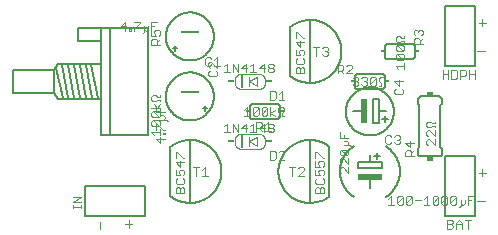
<source format=gto>
G75*
%MOIN*%
%OFA0B0*%
%FSLAX25Y25*%
%IPPOS*%
%LPD*%
%AMOC8*
5,1,8,0,0,1.08239X$1,22.5*
%
%ADD10C,0.00300*%
%ADD11C,0.00500*%
%ADD12C,0.00600*%
%ADD13R,0.06400X0.01000*%
%ADD14R,0.08000X0.02000*%
%ADD15R,0.02000X0.08000*%
%ADD16C,0.00400*%
%ADD17R,0.01000X0.05000*%
%ADD18R,0.02200X0.00800*%
%ADD19R,0.01500X0.01000*%
%ADD20R,0.02000X0.01500*%
%ADD21C,0.00800*%
D10*
X0021285Y0009528D02*
X0021285Y0010495D01*
X0021285Y0010012D02*
X0024187Y0010012D01*
X0024187Y0010495D02*
X0024187Y0009528D01*
X0024187Y0011492D02*
X0021285Y0011492D01*
X0024187Y0013427D01*
X0021285Y0013427D01*
X0030335Y0005111D02*
X0030335Y0002642D01*
X0038645Y0004335D02*
X0041114Y0004335D01*
X0039880Y0005569D02*
X0039880Y0003101D01*
X0055635Y0014617D02*
X0055635Y0016068D01*
X0056118Y0016552D01*
X0056602Y0016552D01*
X0057086Y0016068D01*
X0057086Y0014617D01*
X0058537Y0014617D02*
X0055635Y0014617D01*
X0057086Y0016068D02*
X0057570Y0016552D01*
X0058053Y0016552D01*
X0058537Y0016068D01*
X0058537Y0014617D01*
X0058053Y0017564D02*
X0056118Y0017564D01*
X0055635Y0018047D01*
X0055635Y0019015D01*
X0056118Y0019499D01*
X0058053Y0019499D02*
X0058537Y0019015D01*
X0058537Y0018047D01*
X0058053Y0017564D01*
X0058053Y0020510D02*
X0058537Y0020994D01*
X0058537Y0021961D01*
X0058053Y0022445D01*
X0057086Y0022445D01*
X0056602Y0021961D01*
X0056602Y0021478D01*
X0057086Y0020510D01*
X0055635Y0020510D01*
X0055635Y0022445D01*
X0057086Y0023457D02*
X0057086Y0025392D01*
X0058053Y0026403D02*
X0058537Y0026403D01*
X0058053Y0026403D02*
X0056118Y0028338D01*
X0055635Y0028338D01*
X0055635Y0026403D01*
X0055635Y0024908D02*
X0057086Y0023457D01*
X0058537Y0024908D02*
X0055635Y0024908D01*
X0061540Y0023286D02*
X0063475Y0023286D01*
X0062508Y0023286D02*
X0062508Y0020383D01*
X0064487Y0020383D02*
X0066422Y0020383D01*
X0065454Y0020383D02*
X0065454Y0023286D01*
X0064487Y0022318D01*
X0080087Y0030333D02*
X0080087Y0031833D01*
X0080087Y0033333D01*
X0080087Y0031833D02*
X0082837Y0033333D01*
X0082837Y0030333D01*
X0080087Y0031833D01*
X0080487Y0034858D02*
X0082422Y0034858D01*
X0082540Y0035283D02*
X0082540Y0038186D01*
X0083992Y0038186D01*
X0084475Y0037702D01*
X0084475Y0036735D01*
X0083992Y0036251D01*
X0082540Y0036251D01*
X0083434Y0036310D02*
X0085369Y0036310D01*
X0085487Y0037218D02*
X0086454Y0038186D01*
X0086454Y0035283D01*
X0086380Y0035342D02*
X0086380Y0035826D01*
X0086864Y0036310D01*
X0087831Y0036310D01*
X0088315Y0035826D01*
X0088315Y0035342D01*
X0087831Y0034858D01*
X0086864Y0034858D01*
X0086380Y0035342D01*
X0085487Y0035283D02*
X0087422Y0035283D01*
X0087831Y0036310D02*
X0088315Y0036793D01*
X0088315Y0037277D01*
X0087831Y0037761D01*
X0086864Y0037761D01*
X0086380Y0037277D01*
X0086380Y0036793D01*
X0086864Y0036310D01*
X0084475Y0035283D02*
X0083508Y0036251D01*
X0083434Y0036310D02*
X0084885Y0037761D01*
X0084885Y0034858D01*
X0081454Y0034858D02*
X0081454Y0037761D01*
X0080487Y0036793D01*
X0079475Y0036310D02*
X0077540Y0036310D01*
X0078992Y0037761D01*
X0078992Y0034858D01*
X0076529Y0034858D02*
X0076529Y0037761D01*
X0074594Y0037761D02*
X0076529Y0034858D01*
X0074594Y0034858D02*
X0074594Y0037761D01*
X0072615Y0037761D02*
X0071647Y0036793D01*
X0072615Y0037761D02*
X0072615Y0034858D01*
X0073582Y0034858D02*
X0071647Y0034858D01*
X0078366Y0040383D02*
X0080301Y0040383D01*
X0079334Y0040383D02*
X0079334Y0043286D01*
X0078366Y0042318D01*
X0081313Y0042802D02*
X0081313Y0040867D01*
X0083248Y0042802D01*
X0083248Y0040867D01*
X0082764Y0040383D01*
X0081797Y0040383D01*
X0081313Y0040867D01*
X0084259Y0040867D02*
X0086194Y0042802D01*
X0086194Y0040867D01*
X0085711Y0040383D01*
X0084743Y0040383D01*
X0084259Y0040867D01*
X0084259Y0042802D01*
X0084743Y0043286D01*
X0085711Y0043286D01*
X0086194Y0042802D01*
X0087206Y0043286D02*
X0087206Y0040383D01*
X0087206Y0041351D02*
X0088657Y0042318D01*
X0089661Y0041835D02*
X0089661Y0042802D01*
X0090145Y0043286D01*
X0091112Y0043286D01*
X0091596Y0042802D01*
X0091596Y0041835D01*
X0091112Y0041351D01*
X0091112Y0040383D01*
X0091596Y0040383D01*
X0090145Y0040383D02*
X0090145Y0041351D01*
X0089661Y0041835D01*
X0089661Y0040383D02*
X0090145Y0040383D01*
X0088657Y0040383D02*
X0087206Y0041351D01*
X0083248Y0042802D02*
X0082764Y0043286D01*
X0081797Y0043286D01*
X0081313Y0042802D01*
X0086987Y0045783D02*
X0088438Y0045783D01*
X0088922Y0046267D01*
X0088922Y0048202D01*
X0088438Y0048686D01*
X0086987Y0048686D01*
X0086987Y0045783D01*
X0089934Y0045783D02*
X0091869Y0045783D01*
X0090901Y0045783D02*
X0090901Y0048686D01*
X0089934Y0047718D01*
X0082837Y0050333D02*
X0080087Y0051833D01*
X0080087Y0050333D01*
X0080087Y0051833D02*
X0080087Y0053333D01*
X0080087Y0051833D02*
X0082837Y0053333D01*
X0082837Y0050333D01*
X0082422Y0054858D02*
X0080487Y0054858D01*
X0081454Y0054858D02*
X0081454Y0057761D01*
X0080487Y0056793D01*
X0079475Y0056310D02*
X0077540Y0056310D01*
X0078992Y0057761D01*
X0078992Y0054858D01*
X0076529Y0054858D02*
X0076529Y0057761D01*
X0074594Y0057761D02*
X0076529Y0054858D01*
X0074594Y0054858D02*
X0074594Y0057761D01*
X0072615Y0057761D02*
X0071647Y0056793D01*
X0070369Y0056983D02*
X0068434Y0056983D01*
X0069401Y0056983D02*
X0069401Y0059886D01*
X0068434Y0058918D01*
X0069387Y0058365D02*
X0069387Y0056430D01*
X0067452Y0058365D01*
X0066968Y0058365D01*
X0066485Y0057881D01*
X0066485Y0056914D01*
X0066968Y0056430D01*
X0066938Y0056983D02*
X0067422Y0057467D01*
X0066938Y0056983D02*
X0065971Y0056983D01*
X0065487Y0057467D01*
X0065487Y0059402D01*
X0065971Y0059886D01*
X0066938Y0059886D01*
X0067422Y0059402D01*
X0072615Y0057761D02*
X0072615Y0054858D01*
X0073582Y0054858D02*
X0071647Y0054858D01*
X0069387Y0054935D02*
X0069387Y0053967D01*
X0068903Y0053483D01*
X0066968Y0053483D01*
X0066485Y0053967D01*
X0066485Y0054935D01*
X0066968Y0055418D01*
X0068903Y0055418D02*
X0069387Y0054935D01*
X0083434Y0056310D02*
X0085369Y0056310D01*
X0086380Y0056793D02*
X0086380Y0057277D01*
X0086864Y0057761D01*
X0087831Y0057761D01*
X0088315Y0057277D01*
X0088315Y0056793D01*
X0087831Y0056310D01*
X0086864Y0056310D01*
X0086380Y0056793D01*
X0086864Y0056310D02*
X0086380Y0055826D01*
X0086380Y0055342D01*
X0086864Y0054858D01*
X0087831Y0054858D01*
X0088315Y0055342D01*
X0088315Y0055826D01*
X0087831Y0056310D01*
X0084885Y0057761D02*
X0084885Y0054858D01*
X0083434Y0056310D02*
X0084885Y0057761D01*
X0095635Y0058047D02*
X0096118Y0057564D01*
X0098053Y0057564D01*
X0098537Y0058047D01*
X0098537Y0059015D01*
X0098053Y0059499D01*
X0098053Y0060510D02*
X0098537Y0060994D01*
X0098537Y0061961D01*
X0098053Y0062445D01*
X0097086Y0062445D01*
X0096602Y0061961D01*
X0096602Y0061478D01*
X0097086Y0060510D01*
X0095635Y0060510D01*
X0095635Y0062445D01*
X0097086Y0063457D02*
X0097086Y0065392D01*
X0098537Y0064908D02*
X0095635Y0064908D01*
X0097086Y0063457D01*
X0101540Y0063286D02*
X0103475Y0063286D01*
X0102508Y0063286D02*
X0102508Y0060383D01*
X0104487Y0060867D02*
X0104971Y0060383D01*
X0105938Y0060383D01*
X0106422Y0060867D01*
X0106422Y0061351D01*
X0105938Y0061835D01*
X0105454Y0061835D01*
X0105938Y0061835D02*
X0106422Y0062318D01*
X0106422Y0062802D01*
X0105938Y0063286D01*
X0104971Y0063286D01*
X0104487Y0062802D01*
X0098537Y0066403D02*
X0098053Y0066403D01*
X0096118Y0068338D01*
X0095635Y0068338D01*
X0095635Y0066403D01*
X0096118Y0059499D02*
X0095635Y0059015D01*
X0095635Y0058047D01*
X0096118Y0056552D02*
X0096602Y0056552D01*
X0097086Y0056068D01*
X0097086Y0054617D01*
X0098537Y0054617D02*
X0095635Y0054617D01*
X0095635Y0056068D01*
X0096118Y0056552D01*
X0097086Y0056068D02*
X0097570Y0056552D01*
X0098053Y0056552D01*
X0098537Y0056068D01*
X0098537Y0054617D01*
X0109594Y0054483D02*
X0109594Y0057386D01*
X0111045Y0057386D01*
X0111529Y0056902D01*
X0111529Y0055935D01*
X0111045Y0055451D01*
X0109594Y0055451D01*
X0110561Y0055451D02*
X0111529Y0054483D01*
X0112540Y0054483D02*
X0114475Y0056418D01*
X0114475Y0056902D01*
X0113992Y0057386D01*
X0113024Y0057386D01*
X0112540Y0056902D01*
X0112540Y0054483D02*
X0114475Y0054483D01*
X0115078Y0053286D02*
X0116045Y0053286D01*
X0116529Y0052802D01*
X0116529Y0052318D01*
X0116045Y0051835D01*
X0116529Y0051351D01*
X0116529Y0050867D01*
X0116045Y0050383D01*
X0115078Y0050383D01*
X0114594Y0050867D01*
X0115561Y0051835D02*
X0116045Y0051835D01*
X0114594Y0052802D02*
X0115078Y0053286D01*
X0117540Y0052802D02*
X0118024Y0053286D01*
X0118992Y0053286D01*
X0119475Y0052802D01*
X0119475Y0052318D01*
X0118992Y0051835D01*
X0119475Y0051351D01*
X0119475Y0050867D01*
X0118992Y0050383D01*
X0118024Y0050383D01*
X0117540Y0050867D01*
X0118508Y0051835D02*
X0118992Y0051835D01*
X0120487Y0052802D02*
X0120487Y0050867D01*
X0122422Y0052802D01*
X0122422Y0050867D01*
X0121938Y0050383D01*
X0120971Y0050383D01*
X0120487Y0050867D01*
X0120487Y0052802D02*
X0120971Y0053286D01*
X0121938Y0053286D01*
X0122422Y0052802D01*
X0123434Y0052802D02*
X0123434Y0051835D01*
X0123917Y0051351D01*
X0123917Y0050383D01*
X0123434Y0050383D01*
X0124885Y0050383D02*
X0124885Y0051351D01*
X0125369Y0051835D01*
X0125369Y0052802D01*
X0124885Y0053286D01*
X0123917Y0053286D01*
X0123434Y0052802D01*
X0124885Y0050383D02*
X0125369Y0050383D01*
X0128485Y0048935D02*
X0128485Y0047967D01*
X0128968Y0047483D01*
X0130903Y0047483D01*
X0131387Y0047967D01*
X0131387Y0048935D01*
X0130903Y0049418D01*
X0129936Y0050430D02*
X0129936Y0052365D01*
X0131387Y0051881D02*
X0128485Y0051881D01*
X0129936Y0050430D01*
X0128968Y0049418D02*
X0128485Y0048935D01*
X0129852Y0056090D02*
X0128885Y0057058D01*
X0131787Y0057058D01*
X0131787Y0058025D02*
X0131787Y0056090D01*
X0131303Y0059037D02*
X0129368Y0059037D01*
X0128885Y0059521D01*
X0128885Y0060488D01*
X0129368Y0060972D01*
X0131303Y0059037D01*
X0131787Y0059521D01*
X0131787Y0060488D01*
X0131303Y0060972D01*
X0129368Y0060972D01*
X0129368Y0061983D02*
X0128885Y0062467D01*
X0128885Y0063435D01*
X0129368Y0063918D01*
X0131303Y0061983D01*
X0131787Y0062467D01*
X0131787Y0063435D01*
X0131303Y0063918D01*
X0129368Y0063918D01*
X0129368Y0064930D02*
X0128885Y0065414D01*
X0128885Y0066381D01*
X0129368Y0066865D01*
X0130336Y0066865D01*
X0130820Y0066381D01*
X0131787Y0066381D01*
X0131787Y0066865D01*
X0131787Y0065414D02*
X0130820Y0065414D01*
X0130336Y0064930D01*
X0129368Y0064930D01*
X0131787Y0064930D02*
X0131787Y0065414D01*
X0134985Y0065685D02*
X0134985Y0064233D01*
X0137887Y0064233D01*
X0136920Y0064233D02*
X0136920Y0065685D01*
X0136436Y0066168D01*
X0135468Y0066168D01*
X0134985Y0065685D01*
X0136920Y0065201D02*
X0137887Y0066168D01*
X0137403Y0067180D02*
X0137887Y0067664D01*
X0137887Y0068631D01*
X0137403Y0069115D01*
X0136920Y0069115D01*
X0136436Y0068631D01*
X0136436Y0068147D01*
X0136436Y0068631D02*
X0135952Y0069115D01*
X0135468Y0069115D01*
X0134985Y0068631D01*
X0134985Y0067664D01*
X0135468Y0067180D01*
X0131303Y0061983D02*
X0129368Y0061983D01*
X0144594Y0055686D02*
X0144594Y0052783D01*
X0146529Y0052783D02*
X0146529Y0055686D01*
X0147540Y0055686D02*
X0148992Y0055686D01*
X0149475Y0055202D01*
X0149475Y0053267D01*
X0148992Y0052783D01*
X0147540Y0052783D01*
X0147540Y0055686D01*
X0146529Y0054235D02*
X0144594Y0054235D01*
X0150487Y0053751D02*
X0151938Y0053751D01*
X0152422Y0054235D01*
X0152422Y0055202D01*
X0151938Y0055686D01*
X0150487Y0055686D01*
X0150487Y0052783D01*
X0153434Y0052783D02*
X0153434Y0055686D01*
X0155369Y0055686D02*
X0155369Y0052783D01*
X0155369Y0054235D02*
X0153434Y0054235D01*
X0156145Y0061835D02*
X0158614Y0061835D01*
X0157835Y0070142D02*
X0157835Y0072611D01*
X0156601Y0071376D02*
X0159070Y0071376D01*
X0142087Y0038411D02*
X0142087Y0037928D01*
X0141120Y0037928D01*
X0140636Y0038411D01*
X0139668Y0038411D01*
X0139185Y0037928D01*
X0139185Y0036960D01*
X0139668Y0036476D01*
X0140636Y0036476D01*
X0141120Y0036960D01*
X0142087Y0036960D01*
X0142087Y0036476D01*
X0142087Y0036960D01*
X0141120Y0036960D01*
X0140636Y0036476D01*
X0139668Y0036476D01*
X0139185Y0036960D01*
X0139185Y0037928D01*
X0139668Y0038411D01*
X0140636Y0038411D01*
X0141120Y0037928D01*
X0142087Y0037928D01*
X0142087Y0038411D01*
X0142087Y0035465D02*
X0142087Y0033530D01*
X0140152Y0035465D01*
X0139668Y0035465D01*
X0139185Y0034981D01*
X0139185Y0034014D01*
X0139668Y0033530D01*
X0139185Y0034014D01*
X0139185Y0034981D01*
X0139668Y0035465D01*
X0140152Y0035465D01*
X0142087Y0033530D01*
X0142087Y0035465D01*
X0142087Y0032518D02*
X0142087Y0030583D01*
X0140152Y0032518D01*
X0139668Y0032518D01*
X0139185Y0032035D01*
X0139185Y0031067D01*
X0139668Y0030583D01*
X0139185Y0031067D01*
X0139185Y0032035D01*
X0139668Y0032518D01*
X0140152Y0032518D01*
X0142087Y0030583D01*
X0142087Y0032518D01*
X0135087Y0031381D02*
X0132185Y0031381D01*
X0133636Y0029930D01*
X0133636Y0031865D01*
X0133636Y0029930D01*
X0132185Y0031381D01*
X0135087Y0031381D01*
X0135087Y0028918D02*
X0134120Y0027951D01*
X0135087Y0028918D01*
X0134120Y0028435D02*
X0134120Y0026983D01*
X0134120Y0028435D01*
X0133636Y0028918D01*
X0132668Y0028918D01*
X0132185Y0028435D01*
X0132185Y0026983D01*
X0135087Y0026983D01*
X0132185Y0026983D01*
X0132185Y0028435D01*
X0132668Y0028918D01*
X0133636Y0028918D01*
X0134120Y0028435D01*
X0130369Y0031467D02*
X0129885Y0030983D01*
X0128917Y0030983D01*
X0128434Y0031467D01*
X0127422Y0031467D02*
X0126938Y0030983D01*
X0125971Y0030983D01*
X0125487Y0031467D01*
X0125487Y0033402D01*
X0125971Y0033886D01*
X0126938Y0033886D01*
X0127422Y0033402D01*
X0128434Y0033402D02*
X0128917Y0033886D01*
X0129885Y0033886D01*
X0130369Y0033402D01*
X0130369Y0032918D01*
X0129885Y0032435D01*
X0130369Y0031951D01*
X0130369Y0031467D01*
X0129885Y0032435D02*
X0129401Y0032435D01*
X0114154Y0030090D02*
X0113671Y0030574D01*
X0112703Y0030574D01*
X0113187Y0031058D01*
X0113187Y0031542D01*
X0112703Y0032025D01*
X0111736Y0032025D01*
X0111736Y0033037D02*
X0111736Y0034004D01*
X0113187Y0033037D02*
X0110285Y0033037D01*
X0110285Y0034972D01*
X0111736Y0030574D02*
X0112703Y0030574D01*
X0112703Y0029079D02*
X0110768Y0029079D01*
X0112703Y0027144D01*
X0113187Y0027628D01*
X0113187Y0028595D01*
X0112703Y0029079D01*
X0110768Y0029079D02*
X0110285Y0028595D01*
X0110285Y0027628D01*
X0110768Y0027144D01*
X0112703Y0027144D01*
X0113187Y0026132D02*
X0113187Y0024197D01*
X0111252Y0026132D01*
X0110768Y0026132D01*
X0110285Y0025648D01*
X0110285Y0024681D01*
X0110768Y0024197D01*
X0110768Y0023186D02*
X0110285Y0022702D01*
X0110285Y0021734D01*
X0110768Y0021251D01*
X0111252Y0023186D02*
X0113187Y0021251D01*
X0113187Y0023186D01*
X0111252Y0023186D02*
X0110768Y0023186D01*
X0105037Y0023940D02*
X0104553Y0023457D01*
X0105037Y0023940D02*
X0105037Y0024908D01*
X0104553Y0025392D01*
X0103586Y0025392D01*
X0103102Y0024908D01*
X0103102Y0024424D01*
X0103586Y0023457D01*
X0102135Y0023457D01*
X0102135Y0025392D01*
X0102135Y0026403D02*
X0102135Y0028338D01*
X0102618Y0028338D01*
X0104553Y0026403D01*
X0105037Y0026403D01*
X0098422Y0022802D02*
X0097938Y0023286D01*
X0096971Y0023286D01*
X0096487Y0022802D01*
X0095475Y0023286D02*
X0093540Y0023286D01*
X0094508Y0023286D02*
X0094508Y0020383D01*
X0096487Y0020383D02*
X0098422Y0022318D01*
X0098422Y0022802D01*
X0102135Y0022445D02*
X0102135Y0020510D01*
X0103586Y0020510D01*
X0103102Y0021478D01*
X0103102Y0021961D01*
X0103586Y0022445D01*
X0104553Y0022445D01*
X0105037Y0021961D01*
X0105037Y0020994D01*
X0104553Y0020510D01*
X0104553Y0019499D02*
X0105037Y0019015D01*
X0105037Y0018047D01*
X0104553Y0017564D01*
X0102618Y0017564D01*
X0102135Y0018047D01*
X0102135Y0019015D01*
X0102618Y0019499D01*
X0102618Y0016552D02*
X0103102Y0016552D01*
X0103586Y0016068D01*
X0103586Y0014617D01*
X0105037Y0014617D02*
X0102135Y0014617D01*
X0102135Y0016068D01*
X0102618Y0016552D01*
X0103586Y0016068D02*
X0104070Y0016552D01*
X0104553Y0016552D01*
X0105037Y0016068D01*
X0105037Y0014617D01*
X0098422Y0020383D02*
X0096487Y0020383D01*
X0091869Y0025783D02*
X0089934Y0025783D01*
X0091869Y0027718D01*
X0091869Y0028202D01*
X0091385Y0028686D01*
X0090417Y0028686D01*
X0089934Y0028202D01*
X0088922Y0028202D02*
X0088438Y0028686D01*
X0086987Y0028686D01*
X0086987Y0025783D01*
X0088438Y0025783D01*
X0088922Y0026267D01*
X0088922Y0028202D01*
X0051937Y0032675D02*
X0049035Y0032675D01*
X0050486Y0031224D01*
X0050486Y0033159D01*
X0050387Y0033983D02*
X0050387Y0035918D01*
X0050387Y0034951D02*
X0047485Y0034951D01*
X0048452Y0033983D01*
X0049035Y0035644D02*
X0049035Y0037579D01*
X0049518Y0037579D01*
X0051453Y0035644D01*
X0051937Y0035644D01*
X0051937Y0034654D02*
X0051453Y0034654D01*
X0051453Y0034171D01*
X0051937Y0034171D01*
X0051937Y0034654D01*
X0049903Y0036930D02*
X0047968Y0036930D01*
X0047485Y0037414D01*
X0047485Y0038381D01*
X0047968Y0038865D01*
X0049903Y0036930D01*
X0050387Y0037414D01*
X0050387Y0038381D01*
X0049903Y0038865D01*
X0047968Y0038865D01*
X0047968Y0039876D02*
X0047485Y0040360D01*
X0047485Y0041328D01*
X0047968Y0041811D01*
X0049903Y0039876D01*
X0050387Y0040360D01*
X0050387Y0041328D01*
X0049903Y0041811D01*
X0047968Y0041811D01*
X0049035Y0041537D02*
X0049035Y0043472D01*
X0049420Y0042823D02*
X0048452Y0044274D01*
X0047968Y0045278D02*
X0047485Y0045762D01*
X0047485Y0046730D01*
X0047968Y0047213D01*
X0048936Y0047213D01*
X0049420Y0046730D01*
X0050387Y0046730D01*
X0050387Y0047213D01*
X0050387Y0045762D02*
X0049420Y0045762D01*
X0048936Y0045278D01*
X0047968Y0045278D01*
X0050387Y0045278D02*
X0050387Y0045762D01*
X0050387Y0044274D02*
X0049420Y0042823D01*
X0050387Y0042823D02*
X0047485Y0042823D01*
X0049035Y0041537D02*
X0051937Y0041537D01*
X0050486Y0041537D02*
X0050486Y0042504D01*
X0050486Y0040525D02*
X0051453Y0040525D01*
X0051937Y0040042D01*
X0051937Y0039558D01*
X0051453Y0039074D01*
X0052421Y0039074D01*
X0052904Y0038590D01*
X0051453Y0039074D02*
X0050486Y0039074D01*
X0049903Y0039876D02*
X0047968Y0039876D01*
X0047485Y0064090D02*
X0047485Y0065542D01*
X0047968Y0066025D01*
X0048936Y0066025D01*
X0049420Y0065542D01*
X0049420Y0064090D01*
X0050387Y0064090D02*
X0047485Y0064090D01*
X0049420Y0065058D02*
X0050387Y0066025D01*
X0049903Y0067037D02*
X0050387Y0067521D01*
X0050387Y0068488D01*
X0049903Y0068972D01*
X0048936Y0068972D01*
X0048452Y0068488D01*
X0048452Y0068004D01*
X0048936Y0067037D01*
X0047485Y0067037D01*
X0047485Y0068972D01*
X0047540Y0068783D02*
X0047540Y0071686D01*
X0049475Y0071686D01*
X0048508Y0070235D02*
X0047540Y0070235D01*
X0046529Y0070235D02*
X0046529Y0069267D01*
X0046045Y0068783D01*
X0045561Y0068783D01*
X0045078Y0069267D01*
X0045078Y0068300D01*
X0044594Y0067816D01*
X0045078Y0069267D02*
X0045078Y0070235D01*
X0043582Y0071202D02*
X0041647Y0069267D01*
X0041647Y0068783D01*
X0040658Y0068783D02*
X0040174Y0068783D01*
X0040174Y0069267D01*
X0040658Y0069267D01*
X0040658Y0068783D01*
X0039163Y0070235D02*
X0037228Y0070235D01*
X0038679Y0071686D01*
X0038679Y0068783D01*
X0041647Y0071686D02*
X0043582Y0071686D01*
X0043582Y0071202D01*
X0156601Y0021376D02*
X0159070Y0021376D01*
X0157835Y0020142D02*
X0157835Y0022611D01*
X0154941Y0013686D02*
X0153006Y0013686D01*
X0153006Y0010783D01*
X0151994Y0011267D02*
X0151994Y0012235D01*
X0151994Y0011267D02*
X0151510Y0010783D01*
X0151027Y0010783D01*
X0150543Y0011267D01*
X0150543Y0010300D01*
X0150059Y0009816D01*
X0149048Y0011267D02*
X0148564Y0010783D01*
X0147596Y0010783D01*
X0147113Y0011267D01*
X0149048Y0013202D01*
X0149048Y0011267D01*
X0150543Y0011267D02*
X0150543Y0012235D01*
X0149048Y0013202D02*
X0148564Y0013686D01*
X0147596Y0013686D01*
X0147113Y0013202D01*
X0147113Y0011267D01*
X0146101Y0011267D02*
X0145617Y0010783D01*
X0144650Y0010783D01*
X0144166Y0011267D01*
X0146101Y0013202D01*
X0146101Y0011267D01*
X0144166Y0011267D02*
X0144166Y0013202D01*
X0144650Y0013686D01*
X0145617Y0013686D01*
X0146101Y0013202D01*
X0143155Y0013202D02*
X0143155Y0011267D01*
X0142671Y0010783D01*
X0141703Y0010783D01*
X0141220Y0011267D01*
X0143155Y0013202D01*
X0142671Y0013686D01*
X0141703Y0013686D01*
X0141220Y0013202D01*
X0141220Y0011267D01*
X0140208Y0010783D02*
X0138273Y0010783D01*
X0139241Y0010783D02*
X0139241Y0013686D01*
X0138273Y0012718D01*
X0137262Y0012235D02*
X0135327Y0012235D01*
X0134315Y0013202D02*
X0134315Y0011267D01*
X0133831Y0010783D01*
X0132864Y0010783D01*
X0132380Y0011267D01*
X0134315Y0013202D01*
X0133831Y0013686D01*
X0132864Y0013686D01*
X0132380Y0013202D01*
X0132380Y0011267D01*
X0131369Y0011267D02*
X0130885Y0010783D01*
X0129917Y0010783D01*
X0129434Y0011267D01*
X0131369Y0013202D01*
X0131369Y0011267D01*
X0131369Y0013202D02*
X0130885Y0013686D01*
X0129917Y0013686D01*
X0129434Y0013202D01*
X0129434Y0011267D01*
X0128422Y0010783D02*
X0126487Y0010783D01*
X0127454Y0010783D02*
X0127454Y0013686D01*
X0126487Y0012718D01*
X0146067Y0005686D02*
X0146067Y0002783D01*
X0147518Y0002783D01*
X0148002Y0003267D01*
X0148002Y0003751D01*
X0147518Y0004235D01*
X0146067Y0004235D01*
X0147518Y0004235D02*
X0148002Y0004718D01*
X0148002Y0005202D01*
X0147518Y0005686D01*
X0146067Y0005686D01*
X0149014Y0004718D02*
X0149981Y0005686D01*
X0150949Y0004718D01*
X0150949Y0002783D01*
X0152928Y0002783D02*
X0152928Y0005686D01*
X0153895Y0005686D02*
X0151960Y0005686D01*
X0150949Y0004235D02*
X0149014Y0004235D01*
X0149014Y0004718D02*
X0149014Y0002783D01*
X0153006Y0012235D02*
X0153973Y0012235D01*
X0156145Y0011835D02*
X0158614Y0011835D01*
D11*
X0155337Y0006833D02*
X0155337Y0026833D01*
X0145337Y0026833D01*
X0145337Y0006833D01*
X0155337Y0006833D01*
X0106837Y0013585D02*
X0106837Y0030081D01*
X0100337Y0032322D02*
X0100337Y0011345D01*
X0104809Y0031333D02*
X0104544Y0031446D01*
X0104276Y0031552D01*
X0104006Y0031651D01*
X0103733Y0031744D01*
X0103458Y0031830D01*
X0103181Y0031909D01*
X0102903Y0031982D01*
X0102622Y0032047D01*
X0102340Y0032106D01*
X0102057Y0032158D01*
X0101772Y0032203D01*
X0101486Y0032240D01*
X0101200Y0032271D01*
X0100913Y0032295D01*
X0100625Y0032312D01*
X0100337Y0032321D01*
X0104809Y0012333D02*
X0104544Y0012220D01*
X0104276Y0012114D01*
X0104006Y0012015D01*
X0103733Y0011922D01*
X0103458Y0011836D01*
X0103181Y0011757D01*
X0102903Y0011684D01*
X0102622Y0011619D01*
X0102340Y0011560D01*
X0102057Y0011508D01*
X0101772Y0011463D01*
X0101486Y0011426D01*
X0101200Y0011395D01*
X0100913Y0011371D01*
X0100625Y0011354D01*
X0100337Y0011345D01*
X0100105Y0011342D01*
X0099874Y0011344D01*
X0099643Y0011352D01*
X0099412Y0011366D01*
X0099182Y0011385D01*
X0098952Y0011410D01*
X0098723Y0011441D01*
X0098494Y0011477D01*
X0098267Y0011518D01*
X0098040Y0011565D01*
X0097815Y0011618D01*
X0097591Y0011676D01*
X0097369Y0011740D01*
X0097148Y0011809D01*
X0096929Y0011883D01*
X0096712Y0011963D01*
X0096497Y0012048D01*
X0096284Y0012138D01*
X0096073Y0012233D01*
X0095865Y0012333D01*
X0104809Y0012331D02*
X0105024Y0012435D01*
X0105237Y0012544D01*
X0105447Y0012658D01*
X0105654Y0012777D01*
X0105859Y0012900D01*
X0106061Y0013028D01*
X0106260Y0013161D01*
X0106455Y0013298D01*
X0106648Y0013439D01*
X0106837Y0013585D01*
X0095865Y0012333D02*
X0095635Y0012445D01*
X0095408Y0012562D01*
X0095184Y0012684D01*
X0094963Y0012812D01*
X0094746Y0012946D01*
X0094531Y0013084D01*
X0094320Y0013228D01*
X0094113Y0013377D01*
X0093909Y0013531D01*
X0093709Y0013689D01*
X0093513Y0013853D01*
X0093321Y0014021D01*
X0093133Y0014194D01*
X0092949Y0014372D01*
X0092770Y0014553D01*
X0092595Y0014740D01*
X0092425Y0014930D01*
X0092260Y0015124D01*
X0092099Y0015323D01*
X0091943Y0015525D01*
X0091792Y0015731D01*
X0091646Y0015941D01*
X0091506Y0016154D01*
X0091370Y0016370D01*
X0091240Y0016590D01*
X0091115Y0016813D01*
X0090996Y0017038D01*
X0090882Y0017267D01*
X0090774Y0017498D01*
X0090671Y0017732D01*
X0090574Y0017968D01*
X0090483Y0018207D01*
X0090398Y0018447D01*
X0090318Y0018690D01*
X0090245Y0018935D01*
X0090177Y0019181D01*
X0090116Y0019429D01*
X0090061Y0019678D01*
X0090011Y0019928D01*
X0089968Y0020180D01*
X0089931Y0020433D01*
X0089900Y0020686D01*
X0089875Y0020940D01*
X0089856Y0021195D01*
X0089844Y0021450D01*
X0089838Y0021705D01*
X0089838Y0021961D01*
X0089844Y0022216D01*
X0089856Y0022471D01*
X0089875Y0022726D01*
X0089900Y0022980D01*
X0089931Y0023233D01*
X0089968Y0023486D01*
X0090011Y0023738D01*
X0090061Y0023988D01*
X0090116Y0024237D01*
X0090177Y0024485D01*
X0090245Y0024731D01*
X0090318Y0024976D01*
X0090398Y0025219D01*
X0090483Y0025459D01*
X0090574Y0025698D01*
X0090671Y0025934D01*
X0090774Y0026168D01*
X0090882Y0026399D01*
X0090996Y0026628D01*
X0091115Y0026853D01*
X0091240Y0027076D01*
X0091370Y0027296D01*
X0091506Y0027512D01*
X0091646Y0027725D01*
X0091792Y0027935D01*
X0091943Y0028141D01*
X0092099Y0028343D01*
X0092260Y0028542D01*
X0092425Y0028736D01*
X0092595Y0028926D01*
X0092770Y0029113D01*
X0092949Y0029294D01*
X0093133Y0029472D01*
X0093321Y0029645D01*
X0093513Y0029813D01*
X0093709Y0029977D01*
X0093909Y0030135D01*
X0094113Y0030289D01*
X0094320Y0030438D01*
X0094531Y0030582D01*
X0094746Y0030720D01*
X0094963Y0030854D01*
X0095184Y0030982D01*
X0095408Y0031104D01*
X0095635Y0031221D01*
X0095865Y0031333D01*
X0096073Y0031433D01*
X0096284Y0031528D01*
X0096497Y0031618D01*
X0096712Y0031703D01*
X0096929Y0031783D01*
X0097148Y0031857D01*
X0097369Y0031926D01*
X0097591Y0031990D01*
X0097815Y0032048D01*
X0098040Y0032101D01*
X0098267Y0032148D01*
X0098494Y0032189D01*
X0098723Y0032225D01*
X0098952Y0032256D01*
X0099182Y0032281D01*
X0099412Y0032300D01*
X0099643Y0032314D01*
X0099874Y0032322D01*
X0100105Y0032324D01*
X0100337Y0032321D01*
X0104715Y0031379D02*
X0104940Y0031272D01*
X0105163Y0031160D01*
X0105383Y0031043D01*
X0105600Y0030921D01*
X0105815Y0030793D01*
X0106026Y0030660D01*
X0106234Y0030523D01*
X0106438Y0030380D01*
X0106640Y0030233D01*
X0106837Y0030081D01*
X0116337Y0049333D02*
X0124337Y0049333D01*
X0124397Y0049335D01*
X0124458Y0049340D01*
X0124517Y0049349D01*
X0124576Y0049362D01*
X0124635Y0049378D01*
X0124692Y0049398D01*
X0124747Y0049421D01*
X0124802Y0049448D01*
X0124854Y0049477D01*
X0124905Y0049510D01*
X0124954Y0049546D01*
X0125000Y0049584D01*
X0125044Y0049626D01*
X0125086Y0049670D01*
X0125124Y0049716D01*
X0125160Y0049765D01*
X0125193Y0049816D01*
X0125222Y0049868D01*
X0125249Y0049923D01*
X0125272Y0049978D01*
X0125292Y0050035D01*
X0125308Y0050094D01*
X0125321Y0050153D01*
X0125330Y0050212D01*
X0125335Y0050273D01*
X0125337Y0050333D01*
X0125337Y0053333D01*
X0125335Y0053393D01*
X0125330Y0053454D01*
X0125321Y0053513D01*
X0125308Y0053572D01*
X0125292Y0053631D01*
X0125272Y0053688D01*
X0125249Y0053743D01*
X0125222Y0053798D01*
X0125193Y0053850D01*
X0125160Y0053901D01*
X0125124Y0053950D01*
X0125086Y0053996D01*
X0125044Y0054040D01*
X0125000Y0054082D01*
X0124954Y0054120D01*
X0124905Y0054156D01*
X0124854Y0054189D01*
X0124802Y0054218D01*
X0124747Y0054245D01*
X0124692Y0054268D01*
X0124635Y0054288D01*
X0124576Y0054304D01*
X0124517Y0054317D01*
X0124458Y0054326D01*
X0124397Y0054331D01*
X0124337Y0054333D01*
X0116337Y0054333D01*
X0116277Y0054331D01*
X0116216Y0054326D01*
X0116157Y0054317D01*
X0116098Y0054304D01*
X0116039Y0054288D01*
X0115982Y0054268D01*
X0115927Y0054245D01*
X0115872Y0054218D01*
X0115820Y0054189D01*
X0115769Y0054156D01*
X0115720Y0054120D01*
X0115674Y0054082D01*
X0115630Y0054040D01*
X0115588Y0053996D01*
X0115550Y0053950D01*
X0115514Y0053901D01*
X0115481Y0053850D01*
X0115452Y0053798D01*
X0115425Y0053743D01*
X0115402Y0053688D01*
X0115382Y0053631D01*
X0115366Y0053572D01*
X0115353Y0053513D01*
X0115344Y0053454D01*
X0115339Y0053393D01*
X0115337Y0053333D01*
X0115337Y0050333D01*
X0115339Y0050273D01*
X0115344Y0050212D01*
X0115353Y0050153D01*
X0115366Y0050094D01*
X0115382Y0050035D01*
X0115402Y0049978D01*
X0115425Y0049923D01*
X0115452Y0049868D01*
X0115481Y0049816D01*
X0115514Y0049765D01*
X0115550Y0049716D01*
X0115588Y0049670D01*
X0115630Y0049626D01*
X0115674Y0049584D01*
X0115720Y0049546D01*
X0115769Y0049510D01*
X0115820Y0049477D01*
X0115872Y0049448D01*
X0115927Y0049421D01*
X0115982Y0049398D01*
X0116039Y0049378D01*
X0116098Y0049362D01*
X0116157Y0049349D01*
X0116216Y0049340D01*
X0116277Y0049335D01*
X0116337Y0049333D01*
X0100337Y0051345D02*
X0100337Y0072322D01*
X0093837Y0070081D02*
X0093837Y0053585D01*
X0095865Y0071333D02*
X0096130Y0071446D01*
X0096398Y0071552D01*
X0096668Y0071651D01*
X0096941Y0071744D01*
X0097216Y0071830D01*
X0097493Y0071909D01*
X0097771Y0071982D01*
X0098052Y0072047D01*
X0098334Y0072106D01*
X0098617Y0072158D01*
X0098902Y0072203D01*
X0099188Y0072240D01*
X0099474Y0072271D01*
X0099761Y0072295D01*
X0100049Y0072312D01*
X0100337Y0072321D01*
X0095865Y0052333D02*
X0096130Y0052220D01*
X0096398Y0052114D01*
X0096668Y0052015D01*
X0096941Y0051922D01*
X0097216Y0051836D01*
X0097493Y0051757D01*
X0097771Y0051684D01*
X0098052Y0051619D01*
X0098334Y0051560D01*
X0098617Y0051508D01*
X0098902Y0051463D01*
X0099188Y0051426D01*
X0099474Y0051395D01*
X0099761Y0051371D01*
X0100049Y0051354D01*
X0100337Y0051345D01*
X0100569Y0051342D01*
X0100800Y0051344D01*
X0101031Y0051352D01*
X0101262Y0051366D01*
X0101492Y0051385D01*
X0101722Y0051410D01*
X0101951Y0051441D01*
X0102180Y0051477D01*
X0102407Y0051518D01*
X0102634Y0051565D01*
X0102859Y0051618D01*
X0103083Y0051676D01*
X0103305Y0051740D01*
X0103526Y0051809D01*
X0103745Y0051883D01*
X0103962Y0051963D01*
X0104177Y0052048D01*
X0104390Y0052138D01*
X0104601Y0052233D01*
X0104809Y0052333D01*
X0095959Y0052287D02*
X0095734Y0052394D01*
X0095511Y0052506D01*
X0095291Y0052623D01*
X0095074Y0052745D01*
X0094859Y0052873D01*
X0094648Y0053006D01*
X0094440Y0053143D01*
X0094236Y0053286D01*
X0094034Y0053433D01*
X0093837Y0053585D01*
X0104809Y0052333D02*
X0105039Y0052445D01*
X0105266Y0052562D01*
X0105490Y0052684D01*
X0105711Y0052812D01*
X0105928Y0052946D01*
X0106143Y0053084D01*
X0106354Y0053228D01*
X0106561Y0053377D01*
X0106765Y0053531D01*
X0106965Y0053689D01*
X0107161Y0053853D01*
X0107353Y0054021D01*
X0107541Y0054194D01*
X0107725Y0054372D01*
X0107904Y0054553D01*
X0108079Y0054740D01*
X0108249Y0054930D01*
X0108414Y0055124D01*
X0108575Y0055323D01*
X0108731Y0055525D01*
X0108882Y0055731D01*
X0109028Y0055941D01*
X0109168Y0056154D01*
X0109304Y0056370D01*
X0109434Y0056590D01*
X0109559Y0056813D01*
X0109678Y0057038D01*
X0109792Y0057267D01*
X0109900Y0057498D01*
X0110003Y0057732D01*
X0110100Y0057968D01*
X0110191Y0058207D01*
X0110276Y0058447D01*
X0110356Y0058690D01*
X0110429Y0058935D01*
X0110497Y0059181D01*
X0110558Y0059429D01*
X0110613Y0059678D01*
X0110663Y0059928D01*
X0110706Y0060180D01*
X0110743Y0060433D01*
X0110774Y0060686D01*
X0110799Y0060940D01*
X0110818Y0061195D01*
X0110830Y0061450D01*
X0110836Y0061705D01*
X0110836Y0061961D01*
X0110830Y0062216D01*
X0110818Y0062471D01*
X0110799Y0062726D01*
X0110774Y0062980D01*
X0110743Y0063233D01*
X0110706Y0063486D01*
X0110663Y0063738D01*
X0110613Y0063988D01*
X0110558Y0064237D01*
X0110497Y0064485D01*
X0110429Y0064731D01*
X0110356Y0064976D01*
X0110276Y0065219D01*
X0110191Y0065459D01*
X0110100Y0065698D01*
X0110003Y0065934D01*
X0109900Y0066168D01*
X0109792Y0066399D01*
X0109678Y0066628D01*
X0109559Y0066853D01*
X0109434Y0067076D01*
X0109304Y0067296D01*
X0109168Y0067512D01*
X0109028Y0067725D01*
X0108882Y0067935D01*
X0108731Y0068141D01*
X0108575Y0068343D01*
X0108414Y0068542D01*
X0108249Y0068736D01*
X0108079Y0068926D01*
X0107904Y0069113D01*
X0107725Y0069294D01*
X0107541Y0069472D01*
X0107353Y0069645D01*
X0107161Y0069813D01*
X0106965Y0069977D01*
X0106765Y0070135D01*
X0106561Y0070289D01*
X0106354Y0070438D01*
X0106143Y0070582D01*
X0105928Y0070720D01*
X0105711Y0070854D01*
X0105490Y0070982D01*
X0105266Y0071104D01*
X0105039Y0071221D01*
X0104809Y0071333D01*
X0104601Y0071433D01*
X0104390Y0071528D01*
X0104177Y0071618D01*
X0103962Y0071703D01*
X0103745Y0071783D01*
X0103526Y0071857D01*
X0103305Y0071926D01*
X0103083Y0071990D01*
X0102859Y0072048D01*
X0102634Y0072101D01*
X0102407Y0072148D01*
X0102180Y0072189D01*
X0101951Y0072225D01*
X0101722Y0072256D01*
X0101492Y0072281D01*
X0101262Y0072300D01*
X0101031Y0072314D01*
X0100800Y0072322D01*
X0100569Y0072324D01*
X0100337Y0072321D01*
X0095865Y0071335D02*
X0095650Y0071231D01*
X0095437Y0071122D01*
X0095227Y0071008D01*
X0095020Y0070889D01*
X0094815Y0070766D01*
X0094613Y0070638D01*
X0094414Y0070505D01*
X0094219Y0070368D01*
X0094026Y0070227D01*
X0093837Y0070081D01*
X0125337Y0063333D02*
X0125337Y0060333D01*
X0125339Y0060273D01*
X0125344Y0060212D01*
X0125353Y0060153D01*
X0125366Y0060094D01*
X0125382Y0060035D01*
X0125402Y0059978D01*
X0125425Y0059923D01*
X0125452Y0059868D01*
X0125481Y0059816D01*
X0125514Y0059765D01*
X0125550Y0059716D01*
X0125588Y0059670D01*
X0125630Y0059626D01*
X0125674Y0059584D01*
X0125720Y0059546D01*
X0125769Y0059510D01*
X0125820Y0059477D01*
X0125872Y0059448D01*
X0125927Y0059421D01*
X0125982Y0059398D01*
X0126039Y0059378D01*
X0126098Y0059362D01*
X0126157Y0059349D01*
X0126216Y0059340D01*
X0126277Y0059335D01*
X0126337Y0059333D01*
X0134337Y0059333D01*
X0134397Y0059335D01*
X0134458Y0059340D01*
X0134517Y0059349D01*
X0134576Y0059362D01*
X0134635Y0059378D01*
X0134692Y0059398D01*
X0134747Y0059421D01*
X0134802Y0059448D01*
X0134854Y0059477D01*
X0134905Y0059510D01*
X0134954Y0059546D01*
X0135000Y0059584D01*
X0135044Y0059626D01*
X0135086Y0059670D01*
X0135124Y0059716D01*
X0135160Y0059765D01*
X0135193Y0059816D01*
X0135222Y0059868D01*
X0135249Y0059923D01*
X0135272Y0059978D01*
X0135292Y0060035D01*
X0135308Y0060094D01*
X0135321Y0060153D01*
X0135330Y0060212D01*
X0135335Y0060273D01*
X0135337Y0060333D01*
X0135337Y0063333D01*
X0135335Y0063393D01*
X0135330Y0063454D01*
X0135321Y0063513D01*
X0135308Y0063572D01*
X0135292Y0063631D01*
X0135272Y0063688D01*
X0135249Y0063743D01*
X0135222Y0063798D01*
X0135193Y0063850D01*
X0135160Y0063901D01*
X0135124Y0063950D01*
X0135086Y0063996D01*
X0135044Y0064040D01*
X0135000Y0064082D01*
X0134954Y0064120D01*
X0134905Y0064156D01*
X0134854Y0064189D01*
X0134802Y0064218D01*
X0134747Y0064245D01*
X0134692Y0064268D01*
X0134635Y0064288D01*
X0134576Y0064304D01*
X0134517Y0064317D01*
X0134458Y0064326D01*
X0134397Y0064331D01*
X0134337Y0064333D01*
X0126337Y0064333D01*
X0126277Y0064331D01*
X0126216Y0064326D01*
X0126157Y0064317D01*
X0126098Y0064304D01*
X0126039Y0064288D01*
X0125982Y0064268D01*
X0125927Y0064245D01*
X0125872Y0064218D01*
X0125820Y0064189D01*
X0125769Y0064156D01*
X0125720Y0064120D01*
X0125674Y0064082D01*
X0125630Y0064040D01*
X0125588Y0063996D01*
X0125550Y0063950D01*
X0125514Y0063901D01*
X0125481Y0063850D01*
X0125452Y0063798D01*
X0125425Y0063743D01*
X0125402Y0063688D01*
X0125382Y0063631D01*
X0125366Y0063572D01*
X0125353Y0063513D01*
X0125344Y0063454D01*
X0125339Y0063393D01*
X0125337Y0063333D01*
X0145337Y0056833D02*
X0155337Y0056833D01*
X0155337Y0076833D01*
X0145337Y0076833D01*
X0145337Y0056833D01*
X0060337Y0032322D02*
X0060337Y0011345D01*
X0053837Y0013585D02*
X0053837Y0030081D01*
X0055865Y0012333D02*
X0056130Y0012220D01*
X0056398Y0012114D01*
X0056668Y0012015D01*
X0056941Y0011922D01*
X0057216Y0011836D01*
X0057493Y0011757D01*
X0057771Y0011684D01*
X0058052Y0011619D01*
X0058334Y0011560D01*
X0058617Y0011508D01*
X0058902Y0011463D01*
X0059188Y0011426D01*
X0059474Y0011395D01*
X0059761Y0011371D01*
X0060049Y0011354D01*
X0060337Y0011345D01*
X0045337Y0006833D02*
X0045337Y0016833D01*
X0025337Y0016833D01*
X0025337Y0006833D01*
X0045337Y0006833D01*
X0055865Y0031333D02*
X0056130Y0031446D01*
X0056398Y0031552D01*
X0056668Y0031651D01*
X0056941Y0031744D01*
X0057216Y0031830D01*
X0057493Y0031909D01*
X0057771Y0031982D01*
X0058052Y0032047D01*
X0058334Y0032106D01*
X0058617Y0032158D01*
X0058902Y0032203D01*
X0059188Y0032240D01*
X0059474Y0032271D01*
X0059761Y0032295D01*
X0060049Y0032312D01*
X0060337Y0032321D01*
X0060569Y0032324D01*
X0060800Y0032322D01*
X0061031Y0032314D01*
X0061262Y0032300D01*
X0061492Y0032281D01*
X0061722Y0032256D01*
X0061951Y0032225D01*
X0062180Y0032189D01*
X0062407Y0032148D01*
X0062634Y0032101D01*
X0062859Y0032048D01*
X0063083Y0031990D01*
X0063305Y0031926D01*
X0063526Y0031857D01*
X0063745Y0031783D01*
X0063962Y0031703D01*
X0064177Y0031618D01*
X0064390Y0031528D01*
X0064601Y0031433D01*
X0064809Y0031333D01*
X0055865Y0031335D02*
X0055650Y0031231D01*
X0055437Y0031122D01*
X0055227Y0031008D01*
X0055020Y0030889D01*
X0054815Y0030766D01*
X0054613Y0030638D01*
X0054414Y0030505D01*
X0054219Y0030368D01*
X0054026Y0030227D01*
X0053837Y0030081D01*
X0064809Y0031333D02*
X0065039Y0031221D01*
X0065266Y0031104D01*
X0065490Y0030982D01*
X0065711Y0030854D01*
X0065928Y0030720D01*
X0066143Y0030582D01*
X0066354Y0030438D01*
X0066561Y0030289D01*
X0066765Y0030135D01*
X0066965Y0029977D01*
X0067161Y0029813D01*
X0067353Y0029645D01*
X0067541Y0029472D01*
X0067725Y0029294D01*
X0067904Y0029113D01*
X0068079Y0028926D01*
X0068249Y0028736D01*
X0068414Y0028542D01*
X0068575Y0028343D01*
X0068731Y0028141D01*
X0068882Y0027935D01*
X0069028Y0027725D01*
X0069168Y0027512D01*
X0069304Y0027296D01*
X0069434Y0027076D01*
X0069559Y0026853D01*
X0069678Y0026628D01*
X0069792Y0026399D01*
X0069900Y0026168D01*
X0070003Y0025934D01*
X0070100Y0025698D01*
X0070191Y0025459D01*
X0070276Y0025219D01*
X0070356Y0024976D01*
X0070429Y0024731D01*
X0070497Y0024485D01*
X0070558Y0024237D01*
X0070613Y0023988D01*
X0070663Y0023738D01*
X0070706Y0023486D01*
X0070743Y0023233D01*
X0070774Y0022980D01*
X0070799Y0022726D01*
X0070818Y0022471D01*
X0070830Y0022216D01*
X0070836Y0021961D01*
X0070836Y0021705D01*
X0070830Y0021450D01*
X0070818Y0021195D01*
X0070799Y0020940D01*
X0070774Y0020686D01*
X0070743Y0020433D01*
X0070706Y0020180D01*
X0070663Y0019928D01*
X0070613Y0019678D01*
X0070558Y0019429D01*
X0070497Y0019181D01*
X0070429Y0018935D01*
X0070356Y0018690D01*
X0070276Y0018447D01*
X0070191Y0018207D01*
X0070100Y0017968D01*
X0070003Y0017732D01*
X0069900Y0017498D01*
X0069792Y0017267D01*
X0069678Y0017038D01*
X0069559Y0016813D01*
X0069434Y0016590D01*
X0069304Y0016370D01*
X0069168Y0016154D01*
X0069028Y0015941D01*
X0068882Y0015731D01*
X0068731Y0015525D01*
X0068575Y0015323D01*
X0068414Y0015124D01*
X0068249Y0014930D01*
X0068079Y0014740D01*
X0067904Y0014553D01*
X0067725Y0014372D01*
X0067541Y0014194D01*
X0067353Y0014021D01*
X0067161Y0013853D01*
X0066965Y0013689D01*
X0066765Y0013531D01*
X0066561Y0013377D01*
X0066354Y0013228D01*
X0066143Y0013084D01*
X0065928Y0012946D01*
X0065711Y0012812D01*
X0065490Y0012684D01*
X0065266Y0012562D01*
X0065039Y0012445D01*
X0064809Y0012333D01*
X0064601Y0012233D01*
X0064390Y0012138D01*
X0064177Y0012048D01*
X0063962Y0011963D01*
X0063745Y0011883D01*
X0063526Y0011809D01*
X0063305Y0011740D01*
X0063083Y0011676D01*
X0062859Y0011618D01*
X0062634Y0011565D01*
X0062407Y0011518D01*
X0062180Y0011477D01*
X0061951Y0011441D01*
X0061722Y0011410D01*
X0061492Y0011385D01*
X0061262Y0011366D01*
X0061031Y0011352D01*
X0060800Y0011344D01*
X0060569Y0011342D01*
X0060337Y0011345D01*
X0055959Y0012287D02*
X0055734Y0012394D01*
X0055511Y0012506D01*
X0055291Y0012623D01*
X0055074Y0012745D01*
X0054859Y0012873D01*
X0054648Y0013006D01*
X0054440Y0013143D01*
X0054236Y0013286D01*
X0054034Y0013433D01*
X0053837Y0013585D01*
D12*
X0081337Y0039333D02*
X0089337Y0039333D01*
X0089397Y0039335D01*
X0089458Y0039340D01*
X0089517Y0039349D01*
X0089576Y0039362D01*
X0089635Y0039378D01*
X0089692Y0039398D01*
X0089747Y0039421D01*
X0089802Y0039448D01*
X0089854Y0039477D01*
X0089905Y0039510D01*
X0089954Y0039546D01*
X0090000Y0039584D01*
X0090044Y0039626D01*
X0090086Y0039670D01*
X0090124Y0039716D01*
X0090160Y0039765D01*
X0090193Y0039816D01*
X0090222Y0039868D01*
X0090249Y0039923D01*
X0090272Y0039978D01*
X0090292Y0040035D01*
X0090308Y0040094D01*
X0090321Y0040153D01*
X0090330Y0040212D01*
X0090335Y0040273D01*
X0090337Y0040333D01*
X0090337Y0043333D01*
X0090335Y0043393D01*
X0090330Y0043454D01*
X0090321Y0043513D01*
X0090308Y0043572D01*
X0090292Y0043631D01*
X0090272Y0043688D01*
X0090249Y0043743D01*
X0090222Y0043798D01*
X0090193Y0043850D01*
X0090160Y0043901D01*
X0090124Y0043950D01*
X0090086Y0043996D01*
X0090044Y0044040D01*
X0090000Y0044082D01*
X0089954Y0044120D01*
X0089905Y0044156D01*
X0089854Y0044189D01*
X0089802Y0044218D01*
X0089747Y0044245D01*
X0089692Y0044268D01*
X0089635Y0044288D01*
X0089576Y0044304D01*
X0089517Y0044317D01*
X0089458Y0044326D01*
X0089397Y0044331D01*
X0089337Y0044333D01*
X0081337Y0044333D01*
X0081277Y0044331D01*
X0081216Y0044326D01*
X0081157Y0044317D01*
X0081098Y0044304D01*
X0081039Y0044288D01*
X0080982Y0044268D01*
X0080927Y0044245D01*
X0080872Y0044218D01*
X0080820Y0044189D01*
X0080769Y0044156D01*
X0080720Y0044120D01*
X0080674Y0044082D01*
X0080630Y0044040D01*
X0080588Y0043996D01*
X0080550Y0043950D01*
X0080514Y0043901D01*
X0080481Y0043850D01*
X0080452Y0043798D01*
X0080425Y0043743D01*
X0080402Y0043688D01*
X0080382Y0043631D01*
X0080366Y0043572D01*
X0080353Y0043513D01*
X0080344Y0043454D01*
X0080339Y0043393D01*
X0080337Y0043333D01*
X0080337Y0040333D01*
X0080339Y0040273D01*
X0080344Y0040212D01*
X0080353Y0040153D01*
X0080366Y0040094D01*
X0080382Y0040035D01*
X0080402Y0039978D01*
X0080425Y0039923D01*
X0080452Y0039868D01*
X0080481Y0039816D01*
X0080514Y0039765D01*
X0080550Y0039716D01*
X0080588Y0039670D01*
X0080630Y0039626D01*
X0080674Y0039584D01*
X0080720Y0039546D01*
X0080769Y0039510D01*
X0080820Y0039477D01*
X0080872Y0039448D01*
X0080927Y0039421D01*
X0080982Y0039398D01*
X0081039Y0039378D01*
X0081098Y0039362D01*
X0081157Y0039349D01*
X0081216Y0039340D01*
X0081277Y0039335D01*
X0081337Y0039333D01*
X0081277Y0039335D01*
X0081216Y0039340D01*
X0081157Y0039349D01*
X0081098Y0039362D01*
X0081039Y0039378D01*
X0080982Y0039398D01*
X0080927Y0039421D01*
X0080872Y0039448D01*
X0080820Y0039477D01*
X0080769Y0039510D01*
X0080720Y0039546D01*
X0080674Y0039584D01*
X0080630Y0039626D01*
X0080588Y0039670D01*
X0080550Y0039716D01*
X0080514Y0039765D01*
X0080481Y0039816D01*
X0080452Y0039868D01*
X0080425Y0039923D01*
X0080402Y0039978D01*
X0080382Y0040035D01*
X0080366Y0040094D01*
X0080353Y0040153D01*
X0080344Y0040212D01*
X0080339Y0040273D01*
X0080337Y0040333D01*
X0080337Y0043333D02*
X0080339Y0043393D01*
X0080344Y0043454D01*
X0080353Y0043513D01*
X0080366Y0043572D01*
X0080382Y0043631D01*
X0080402Y0043688D01*
X0080425Y0043743D01*
X0080452Y0043798D01*
X0080481Y0043850D01*
X0080514Y0043901D01*
X0080550Y0043950D01*
X0080588Y0043996D01*
X0080630Y0044040D01*
X0080674Y0044082D01*
X0080720Y0044120D01*
X0080769Y0044156D01*
X0080820Y0044189D01*
X0080872Y0044218D01*
X0080927Y0044245D01*
X0080982Y0044268D01*
X0081039Y0044288D01*
X0081098Y0044304D01*
X0081157Y0044317D01*
X0081216Y0044326D01*
X0081277Y0044331D01*
X0081337Y0044333D01*
X0089337Y0044333D02*
X0089397Y0044331D01*
X0089458Y0044326D01*
X0089517Y0044317D01*
X0089576Y0044304D01*
X0089635Y0044288D01*
X0089692Y0044268D01*
X0089747Y0044245D01*
X0089802Y0044218D01*
X0089854Y0044189D01*
X0089905Y0044156D01*
X0089954Y0044120D01*
X0090000Y0044082D01*
X0090044Y0044040D01*
X0090086Y0043996D01*
X0090124Y0043950D01*
X0090160Y0043901D01*
X0090193Y0043850D01*
X0090222Y0043798D01*
X0090249Y0043743D01*
X0090272Y0043688D01*
X0090292Y0043631D01*
X0090308Y0043572D01*
X0090321Y0043513D01*
X0090330Y0043454D01*
X0090335Y0043393D01*
X0090337Y0043333D01*
X0090337Y0040333D02*
X0090335Y0040273D01*
X0090330Y0040212D01*
X0090321Y0040153D01*
X0090308Y0040094D01*
X0090292Y0040035D01*
X0090272Y0039978D01*
X0090249Y0039923D01*
X0090222Y0039868D01*
X0090193Y0039816D01*
X0090160Y0039765D01*
X0090124Y0039716D01*
X0090086Y0039670D01*
X0090044Y0039626D01*
X0090000Y0039584D01*
X0089954Y0039546D01*
X0089905Y0039510D01*
X0089854Y0039477D01*
X0089802Y0039448D01*
X0089747Y0039421D01*
X0089692Y0039398D01*
X0089635Y0039378D01*
X0089576Y0039362D01*
X0089517Y0039349D01*
X0089458Y0039340D01*
X0089397Y0039335D01*
X0089337Y0039333D01*
X0066087Y0042833D02*
X0065337Y0042833D01*
X0064587Y0042833D01*
X0065337Y0042833D02*
X0065337Y0042083D01*
X0065337Y0042833D02*
X0065337Y0043583D01*
X0052337Y0046833D02*
X0052339Y0047029D01*
X0052347Y0047226D01*
X0052359Y0047422D01*
X0052376Y0047617D01*
X0052397Y0047812D01*
X0052424Y0048007D01*
X0052455Y0048201D01*
X0052491Y0048394D01*
X0052531Y0048586D01*
X0052577Y0048777D01*
X0052627Y0048967D01*
X0052681Y0049155D01*
X0052741Y0049342D01*
X0052805Y0049528D01*
X0052873Y0049712D01*
X0052946Y0049894D01*
X0053023Y0050075D01*
X0053105Y0050253D01*
X0053191Y0050430D01*
X0053282Y0050604D01*
X0053376Y0050776D01*
X0053475Y0050946D01*
X0053578Y0051113D01*
X0053685Y0051278D01*
X0053796Y0051439D01*
X0053911Y0051599D01*
X0054030Y0051755D01*
X0054153Y0051908D01*
X0054279Y0052058D01*
X0054409Y0052205D01*
X0054543Y0052349D01*
X0054680Y0052490D01*
X0054821Y0052627D01*
X0054965Y0052761D01*
X0055112Y0052891D01*
X0055262Y0053017D01*
X0055415Y0053140D01*
X0055571Y0053259D01*
X0055731Y0053374D01*
X0055892Y0053485D01*
X0056057Y0053592D01*
X0056224Y0053695D01*
X0056394Y0053794D01*
X0056566Y0053888D01*
X0056740Y0053979D01*
X0056917Y0054065D01*
X0057095Y0054147D01*
X0057276Y0054224D01*
X0057458Y0054297D01*
X0057642Y0054365D01*
X0057828Y0054429D01*
X0058015Y0054489D01*
X0058203Y0054543D01*
X0058393Y0054593D01*
X0058584Y0054639D01*
X0058776Y0054679D01*
X0058969Y0054715D01*
X0059163Y0054746D01*
X0059358Y0054773D01*
X0059553Y0054794D01*
X0059748Y0054811D01*
X0059944Y0054823D01*
X0060141Y0054831D01*
X0060337Y0054833D01*
X0060533Y0054831D01*
X0060730Y0054823D01*
X0060926Y0054811D01*
X0061121Y0054794D01*
X0061316Y0054773D01*
X0061511Y0054746D01*
X0061705Y0054715D01*
X0061898Y0054679D01*
X0062090Y0054639D01*
X0062281Y0054593D01*
X0062471Y0054543D01*
X0062659Y0054489D01*
X0062846Y0054429D01*
X0063032Y0054365D01*
X0063216Y0054297D01*
X0063398Y0054224D01*
X0063579Y0054147D01*
X0063757Y0054065D01*
X0063934Y0053979D01*
X0064108Y0053888D01*
X0064280Y0053794D01*
X0064450Y0053695D01*
X0064617Y0053592D01*
X0064782Y0053485D01*
X0064943Y0053374D01*
X0065103Y0053259D01*
X0065259Y0053140D01*
X0065412Y0053017D01*
X0065562Y0052891D01*
X0065709Y0052761D01*
X0065853Y0052627D01*
X0065994Y0052490D01*
X0066131Y0052349D01*
X0066265Y0052205D01*
X0066395Y0052058D01*
X0066521Y0051908D01*
X0066644Y0051755D01*
X0066763Y0051599D01*
X0066878Y0051439D01*
X0066989Y0051278D01*
X0067096Y0051113D01*
X0067199Y0050946D01*
X0067298Y0050776D01*
X0067392Y0050604D01*
X0067483Y0050430D01*
X0067569Y0050253D01*
X0067651Y0050075D01*
X0067728Y0049894D01*
X0067801Y0049712D01*
X0067869Y0049528D01*
X0067933Y0049342D01*
X0067993Y0049155D01*
X0068047Y0048967D01*
X0068097Y0048777D01*
X0068143Y0048586D01*
X0068183Y0048394D01*
X0068219Y0048201D01*
X0068250Y0048007D01*
X0068277Y0047812D01*
X0068298Y0047617D01*
X0068315Y0047422D01*
X0068327Y0047226D01*
X0068335Y0047029D01*
X0068337Y0046833D01*
X0068335Y0046637D01*
X0068327Y0046440D01*
X0068315Y0046244D01*
X0068298Y0046049D01*
X0068277Y0045854D01*
X0068250Y0045659D01*
X0068219Y0045465D01*
X0068183Y0045272D01*
X0068143Y0045080D01*
X0068097Y0044889D01*
X0068047Y0044699D01*
X0067993Y0044511D01*
X0067933Y0044324D01*
X0067869Y0044138D01*
X0067801Y0043954D01*
X0067728Y0043772D01*
X0067651Y0043591D01*
X0067569Y0043413D01*
X0067483Y0043236D01*
X0067392Y0043062D01*
X0067298Y0042890D01*
X0067199Y0042720D01*
X0067096Y0042553D01*
X0066989Y0042388D01*
X0066878Y0042227D01*
X0066763Y0042067D01*
X0066644Y0041911D01*
X0066521Y0041758D01*
X0066395Y0041608D01*
X0066265Y0041461D01*
X0066131Y0041317D01*
X0065994Y0041176D01*
X0065853Y0041039D01*
X0065709Y0040905D01*
X0065562Y0040775D01*
X0065412Y0040649D01*
X0065259Y0040526D01*
X0065103Y0040407D01*
X0064943Y0040292D01*
X0064782Y0040181D01*
X0064617Y0040074D01*
X0064450Y0039971D01*
X0064280Y0039872D01*
X0064108Y0039778D01*
X0063934Y0039687D01*
X0063757Y0039601D01*
X0063579Y0039519D01*
X0063398Y0039442D01*
X0063216Y0039369D01*
X0063032Y0039301D01*
X0062846Y0039237D01*
X0062659Y0039177D01*
X0062471Y0039123D01*
X0062281Y0039073D01*
X0062090Y0039027D01*
X0061898Y0038987D01*
X0061705Y0038951D01*
X0061511Y0038920D01*
X0061316Y0038893D01*
X0061121Y0038872D01*
X0060926Y0038855D01*
X0060730Y0038843D01*
X0060533Y0038835D01*
X0060337Y0038833D01*
X0060141Y0038835D01*
X0059944Y0038843D01*
X0059748Y0038855D01*
X0059553Y0038872D01*
X0059358Y0038893D01*
X0059163Y0038920D01*
X0058969Y0038951D01*
X0058776Y0038987D01*
X0058584Y0039027D01*
X0058393Y0039073D01*
X0058203Y0039123D01*
X0058015Y0039177D01*
X0057828Y0039237D01*
X0057642Y0039301D01*
X0057458Y0039369D01*
X0057276Y0039442D01*
X0057095Y0039519D01*
X0056917Y0039601D01*
X0056740Y0039687D01*
X0056566Y0039778D01*
X0056394Y0039872D01*
X0056224Y0039971D01*
X0056057Y0040074D01*
X0055892Y0040181D01*
X0055731Y0040292D01*
X0055571Y0040407D01*
X0055415Y0040526D01*
X0055262Y0040649D01*
X0055112Y0040775D01*
X0054965Y0040905D01*
X0054821Y0041039D01*
X0054680Y0041176D01*
X0054543Y0041317D01*
X0054409Y0041461D01*
X0054279Y0041608D01*
X0054153Y0041758D01*
X0054030Y0041911D01*
X0053911Y0042067D01*
X0053796Y0042227D01*
X0053685Y0042388D01*
X0053578Y0042553D01*
X0053475Y0042720D01*
X0053376Y0042890D01*
X0053282Y0043062D01*
X0053191Y0043236D01*
X0053105Y0043413D01*
X0053023Y0043591D01*
X0052946Y0043772D01*
X0052873Y0043954D01*
X0052805Y0044138D01*
X0052741Y0044324D01*
X0052681Y0044511D01*
X0052627Y0044699D01*
X0052577Y0044889D01*
X0052531Y0045080D01*
X0052491Y0045272D01*
X0052455Y0045465D01*
X0052424Y0045659D01*
X0052397Y0045854D01*
X0052376Y0046049D01*
X0052359Y0046244D01*
X0052347Y0046440D01*
X0052339Y0046637D01*
X0052337Y0046833D01*
X0055337Y0062083D02*
X0055337Y0062833D01*
X0054587Y0062833D01*
X0055337Y0062833D02*
X0055337Y0063583D01*
X0055337Y0062833D02*
X0056087Y0062833D01*
X0052337Y0066833D02*
X0052339Y0067029D01*
X0052347Y0067226D01*
X0052359Y0067422D01*
X0052376Y0067617D01*
X0052397Y0067812D01*
X0052424Y0068007D01*
X0052455Y0068201D01*
X0052491Y0068394D01*
X0052531Y0068586D01*
X0052577Y0068777D01*
X0052627Y0068967D01*
X0052681Y0069155D01*
X0052741Y0069342D01*
X0052805Y0069528D01*
X0052873Y0069712D01*
X0052946Y0069894D01*
X0053023Y0070075D01*
X0053105Y0070253D01*
X0053191Y0070430D01*
X0053282Y0070604D01*
X0053376Y0070776D01*
X0053475Y0070946D01*
X0053578Y0071113D01*
X0053685Y0071278D01*
X0053796Y0071439D01*
X0053911Y0071599D01*
X0054030Y0071755D01*
X0054153Y0071908D01*
X0054279Y0072058D01*
X0054409Y0072205D01*
X0054543Y0072349D01*
X0054680Y0072490D01*
X0054821Y0072627D01*
X0054965Y0072761D01*
X0055112Y0072891D01*
X0055262Y0073017D01*
X0055415Y0073140D01*
X0055571Y0073259D01*
X0055731Y0073374D01*
X0055892Y0073485D01*
X0056057Y0073592D01*
X0056224Y0073695D01*
X0056394Y0073794D01*
X0056566Y0073888D01*
X0056740Y0073979D01*
X0056917Y0074065D01*
X0057095Y0074147D01*
X0057276Y0074224D01*
X0057458Y0074297D01*
X0057642Y0074365D01*
X0057828Y0074429D01*
X0058015Y0074489D01*
X0058203Y0074543D01*
X0058393Y0074593D01*
X0058584Y0074639D01*
X0058776Y0074679D01*
X0058969Y0074715D01*
X0059163Y0074746D01*
X0059358Y0074773D01*
X0059553Y0074794D01*
X0059748Y0074811D01*
X0059944Y0074823D01*
X0060141Y0074831D01*
X0060337Y0074833D01*
X0060533Y0074831D01*
X0060730Y0074823D01*
X0060926Y0074811D01*
X0061121Y0074794D01*
X0061316Y0074773D01*
X0061511Y0074746D01*
X0061705Y0074715D01*
X0061898Y0074679D01*
X0062090Y0074639D01*
X0062281Y0074593D01*
X0062471Y0074543D01*
X0062659Y0074489D01*
X0062846Y0074429D01*
X0063032Y0074365D01*
X0063216Y0074297D01*
X0063398Y0074224D01*
X0063579Y0074147D01*
X0063757Y0074065D01*
X0063934Y0073979D01*
X0064108Y0073888D01*
X0064280Y0073794D01*
X0064450Y0073695D01*
X0064617Y0073592D01*
X0064782Y0073485D01*
X0064943Y0073374D01*
X0065103Y0073259D01*
X0065259Y0073140D01*
X0065412Y0073017D01*
X0065562Y0072891D01*
X0065709Y0072761D01*
X0065853Y0072627D01*
X0065994Y0072490D01*
X0066131Y0072349D01*
X0066265Y0072205D01*
X0066395Y0072058D01*
X0066521Y0071908D01*
X0066644Y0071755D01*
X0066763Y0071599D01*
X0066878Y0071439D01*
X0066989Y0071278D01*
X0067096Y0071113D01*
X0067199Y0070946D01*
X0067298Y0070776D01*
X0067392Y0070604D01*
X0067483Y0070430D01*
X0067569Y0070253D01*
X0067651Y0070075D01*
X0067728Y0069894D01*
X0067801Y0069712D01*
X0067869Y0069528D01*
X0067933Y0069342D01*
X0067993Y0069155D01*
X0068047Y0068967D01*
X0068097Y0068777D01*
X0068143Y0068586D01*
X0068183Y0068394D01*
X0068219Y0068201D01*
X0068250Y0068007D01*
X0068277Y0067812D01*
X0068298Y0067617D01*
X0068315Y0067422D01*
X0068327Y0067226D01*
X0068335Y0067029D01*
X0068337Y0066833D01*
X0068335Y0066637D01*
X0068327Y0066440D01*
X0068315Y0066244D01*
X0068298Y0066049D01*
X0068277Y0065854D01*
X0068250Y0065659D01*
X0068219Y0065465D01*
X0068183Y0065272D01*
X0068143Y0065080D01*
X0068097Y0064889D01*
X0068047Y0064699D01*
X0067993Y0064511D01*
X0067933Y0064324D01*
X0067869Y0064138D01*
X0067801Y0063954D01*
X0067728Y0063772D01*
X0067651Y0063591D01*
X0067569Y0063413D01*
X0067483Y0063236D01*
X0067392Y0063062D01*
X0067298Y0062890D01*
X0067199Y0062720D01*
X0067096Y0062553D01*
X0066989Y0062388D01*
X0066878Y0062227D01*
X0066763Y0062067D01*
X0066644Y0061911D01*
X0066521Y0061758D01*
X0066395Y0061608D01*
X0066265Y0061461D01*
X0066131Y0061317D01*
X0065994Y0061176D01*
X0065853Y0061039D01*
X0065709Y0060905D01*
X0065562Y0060775D01*
X0065412Y0060649D01*
X0065259Y0060526D01*
X0065103Y0060407D01*
X0064943Y0060292D01*
X0064782Y0060181D01*
X0064617Y0060074D01*
X0064450Y0059971D01*
X0064280Y0059872D01*
X0064108Y0059778D01*
X0063934Y0059687D01*
X0063757Y0059601D01*
X0063579Y0059519D01*
X0063398Y0059442D01*
X0063216Y0059369D01*
X0063032Y0059301D01*
X0062846Y0059237D01*
X0062659Y0059177D01*
X0062471Y0059123D01*
X0062281Y0059073D01*
X0062090Y0059027D01*
X0061898Y0058987D01*
X0061705Y0058951D01*
X0061511Y0058920D01*
X0061316Y0058893D01*
X0061121Y0058872D01*
X0060926Y0058855D01*
X0060730Y0058843D01*
X0060533Y0058835D01*
X0060337Y0058833D01*
X0060141Y0058835D01*
X0059944Y0058843D01*
X0059748Y0058855D01*
X0059553Y0058872D01*
X0059358Y0058893D01*
X0059163Y0058920D01*
X0058969Y0058951D01*
X0058776Y0058987D01*
X0058584Y0059027D01*
X0058393Y0059073D01*
X0058203Y0059123D01*
X0058015Y0059177D01*
X0057828Y0059237D01*
X0057642Y0059301D01*
X0057458Y0059369D01*
X0057276Y0059442D01*
X0057095Y0059519D01*
X0056917Y0059601D01*
X0056740Y0059687D01*
X0056566Y0059778D01*
X0056394Y0059872D01*
X0056224Y0059971D01*
X0056057Y0060074D01*
X0055892Y0060181D01*
X0055731Y0060292D01*
X0055571Y0060407D01*
X0055415Y0060526D01*
X0055262Y0060649D01*
X0055112Y0060775D01*
X0054965Y0060905D01*
X0054821Y0061039D01*
X0054680Y0061176D01*
X0054543Y0061317D01*
X0054409Y0061461D01*
X0054279Y0061608D01*
X0054153Y0061758D01*
X0054030Y0061911D01*
X0053911Y0062067D01*
X0053796Y0062227D01*
X0053685Y0062388D01*
X0053578Y0062553D01*
X0053475Y0062720D01*
X0053376Y0062890D01*
X0053282Y0063062D01*
X0053191Y0063236D01*
X0053105Y0063413D01*
X0053023Y0063591D01*
X0052946Y0063772D01*
X0052873Y0063954D01*
X0052805Y0064138D01*
X0052741Y0064324D01*
X0052681Y0064511D01*
X0052627Y0064699D01*
X0052577Y0064889D01*
X0052531Y0065080D01*
X0052491Y0065272D01*
X0052455Y0065465D01*
X0052424Y0065659D01*
X0052397Y0065854D01*
X0052376Y0066049D01*
X0052359Y0066244D01*
X0052347Y0066440D01*
X0052339Y0066637D01*
X0052337Y0066833D01*
X0114837Y0041833D02*
X0117837Y0041833D01*
X0113650Y0046224D02*
X0113545Y0046061D01*
X0113445Y0045895D01*
X0113349Y0045727D01*
X0113257Y0045557D01*
X0113169Y0045384D01*
X0113085Y0045210D01*
X0113005Y0045033D01*
X0112930Y0044855D01*
X0112859Y0044675D01*
X0112792Y0044493D01*
X0112730Y0044309D01*
X0112672Y0044125D01*
X0112619Y0043938D01*
X0112570Y0043751D01*
X0112526Y0043562D01*
X0112487Y0043373D01*
X0112452Y0043182D01*
X0112421Y0042991D01*
X0112396Y0042799D01*
X0112374Y0042606D01*
X0112358Y0042414D01*
X0112346Y0042220D01*
X0112339Y0042027D01*
X0112337Y0041833D01*
X0112339Y0041639D01*
X0112346Y0041446D01*
X0112358Y0041252D01*
X0112374Y0041060D01*
X0112396Y0040867D01*
X0112421Y0040675D01*
X0112452Y0040484D01*
X0112487Y0040293D01*
X0112526Y0040104D01*
X0112570Y0039915D01*
X0112619Y0039728D01*
X0112672Y0039541D01*
X0112730Y0039357D01*
X0112792Y0039173D01*
X0112859Y0038991D01*
X0112930Y0038811D01*
X0113005Y0038633D01*
X0113085Y0038456D01*
X0113169Y0038282D01*
X0113257Y0038109D01*
X0113349Y0037939D01*
X0113445Y0037771D01*
X0113545Y0037605D01*
X0113650Y0037442D01*
X0121337Y0037833D02*
X0123337Y0037833D01*
X0123337Y0041833D01*
X0123337Y0045833D01*
X0121337Y0045833D01*
X0121337Y0037833D01*
X0124337Y0039333D02*
X0126337Y0039333D01*
X0125337Y0040333D02*
X0125337Y0038333D01*
X0125837Y0041833D02*
X0123337Y0041833D01*
X0127024Y0037442D02*
X0127129Y0037605D01*
X0127229Y0037771D01*
X0127325Y0037939D01*
X0127417Y0038109D01*
X0127505Y0038282D01*
X0127589Y0038456D01*
X0127669Y0038633D01*
X0127744Y0038811D01*
X0127815Y0038991D01*
X0127882Y0039173D01*
X0127944Y0039357D01*
X0128002Y0039541D01*
X0128055Y0039728D01*
X0128104Y0039915D01*
X0128148Y0040104D01*
X0128187Y0040293D01*
X0128222Y0040484D01*
X0128253Y0040675D01*
X0128278Y0040867D01*
X0128300Y0041060D01*
X0128316Y0041252D01*
X0128328Y0041446D01*
X0128335Y0041639D01*
X0128337Y0041833D01*
X0128335Y0042027D01*
X0128328Y0042220D01*
X0128316Y0042414D01*
X0128300Y0042606D01*
X0128278Y0042799D01*
X0128253Y0042991D01*
X0128222Y0043182D01*
X0128187Y0043373D01*
X0128148Y0043562D01*
X0128104Y0043751D01*
X0128055Y0043938D01*
X0128002Y0044125D01*
X0127944Y0044309D01*
X0127882Y0044493D01*
X0127815Y0044675D01*
X0127744Y0044855D01*
X0127669Y0045033D01*
X0127589Y0045210D01*
X0127505Y0045384D01*
X0127417Y0045557D01*
X0127325Y0045727D01*
X0127229Y0045895D01*
X0127129Y0046061D01*
X0127024Y0046224D01*
X0126915Y0046386D01*
X0126802Y0046546D01*
X0126685Y0046702D01*
X0126564Y0046856D01*
X0126439Y0047006D01*
X0126311Y0047154D01*
X0126179Y0047298D01*
X0126044Y0047440D01*
X0125905Y0047577D01*
X0125763Y0047712D01*
X0125618Y0047842D01*
X0125469Y0047970D01*
X0125318Y0048093D01*
X0125163Y0048213D01*
X0125006Y0048329D01*
X0124846Y0048441D01*
X0124683Y0048550D01*
X0124518Y0048654D01*
X0124350Y0048754D01*
X0124179Y0048850D01*
X0124007Y0048942D01*
X0123832Y0049029D01*
X0123655Y0049112D01*
X0123476Y0049191D01*
X0123295Y0049266D01*
X0123113Y0049336D01*
X0122929Y0049402D01*
X0122743Y0049463D01*
X0122556Y0049519D01*
X0122367Y0049571D01*
X0122178Y0049618D01*
X0121987Y0049661D01*
X0121795Y0049699D01*
X0121602Y0049732D01*
X0121409Y0049761D01*
X0121215Y0049785D01*
X0121020Y0049804D01*
X0120825Y0049818D01*
X0120630Y0049828D01*
X0120435Y0049832D01*
X0120239Y0049832D01*
X0120044Y0049828D01*
X0119849Y0049818D01*
X0119654Y0049804D01*
X0119459Y0049785D01*
X0119265Y0049761D01*
X0119072Y0049732D01*
X0118879Y0049699D01*
X0118687Y0049661D01*
X0118496Y0049618D01*
X0118307Y0049571D01*
X0118118Y0049519D01*
X0117931Y0049463D01*
X0117745Y0049402D01*
X0117561Y0049336D01*
X0117379Y0049266D01*
X0117198Y0049191D01*
X0117019Y0049112D01*
X0116842Y0049029D01*
X0116667Y0048942D01*
X0116495Y0048850D01*
X0116324Y0048754D01*
X0116156Y0048654D01*
X0115991Y0048550D01*
X0115828Y0048441D01*
X0115668Y0048329D01*
X0115511Y0048213D01*
X0115356Y0048093D01*
X0115205Y0047970D01*
X0115056Y0047842D01*
X0114911Y0047712D01*
X0114769Y0047577D01*
X0114630Y0047440D01*
X0114495Y0047298D01*
X0114363Y0047154D01*
X0114235Y0047006D01*
X0114110Y0046856D01*
X0113989Y0046702D01*
X0113872Y0046546D01*
X0113759Y0046386D01*
X0113650Y0046224D01*
X0113650Y0037442D02*
X0113759Y0037280D01*
X0113872Y0037120D01*
X0113989Y0036964D01*
X0114110Y0036810D01*
X0114235Y0036660D01*
X0114363Y0036512D01*
X0114495Y0036368D01*
X0114630Y0036226D01*
X0114769Y0036089D01*
X0114911Y0035954D01*
X0115056Y0035824D01*
X0115205Y0035696D01*
X0115356Y0035573D01*
X0115511Y0035453D01*
X0115668Y0035337D01*
X0115828Y0035225D01*
X0115991Y0035116D01*
X0116156Y0035012D01*
X0116324Y0034912D01*
X0116495Y0034816D01*
X0116667Y0034724D01*
X0116842Y0034637D01*
X0117019Y0034554D01*
X0117198Y0034475D01*
X0117379Y0034400D01*
X0117561Y0034330D01*
X0117745Y0034264D01*
X0117931Y0034203D01*
X0118118Y0034147D01*
X0118307Y0034095D01*
X0118496Y0034048D01*
X0118687Y0034005D01*
X0118879Y0033967D01*
X0119072Y0033934D01*
X0119265Y0033905D01*
X0119459Y0033881D01*
X0119654Y0033862D01*
X0119849Y0033848D01*
X0120044Y0033838D01*
X0120239Y0033834D01*
X0120435Y0033834D01*
X0120630Y0033838D01*
X0120825Y0033848D01*
X0121020Y0033862D01*
X0121215Y0033881D01*
X0121409Y0033905D01*
X0121602Y0033934D01*
X0121795Y0033967D01*
X0121987Y0034005D01*
X0122178Y0034048D01*
X0122367Y0034095D01*
X0122556Y0034147D01*
X0122743Y0034203D01*
X0122929Y0034264D01*
X0123113Y0034330D01*
X0123295Y0034400D01*
X0123476Y0034475D01*
X0123655Y0034554D01*
X0123832Y0034637D01*
X0124007Y0034724D01*
X0124179Y0034816D01*
X0124350Y0034912D01*
X0124518Y0035012D01*
X0124683Y0035116D01*
X0124846Y0035225D01*
X0125006Y0035337D01*
X0125163Y0035453D01*
X0125318Y0035573D01*
X0125469Y0035696D01*
X0125618Y0035824D01*
X0125763Y0035954D01*
X0125905Y0036089D01*
X0126044Y0036226D01*
X0126179Y0036368D01*
X0126311Y0036512D01*
X0126439Y0036660D01*
X0126564Y0036810D01*
X0126685Y0036964D01*
X0126802Y0037120D01*
X0126915Y0037280D01*
X0127024Y0037442D01*
X0136337Y0044333D02*
X0136337Y0045833D01*
X0136339Y0045893D01*
X0136344Y0045954D01*
X0136353Y0046013D01*
X0136366Y0046072D01*
X0136382Y0046131D01*
X0136402Y0046188D01*
X0136425Y0046243D01*
X0136452Y0046298D01*
X0136481Y0046350D01*
X0136514Y0046401D01*
X0136550Y0046450D01*
X0136588Y0046496D01*
X0136630Y0046540D01*
X0136674Y0046582D01*
X0136720Y0046620D01*
X0136769Y0046656D01*
X0136820Y0046689D01*
X0136872Y0046718D01*
X0136927Y0046745D01*
X0136982Y0046768D01*
X0137039Y0046788D01*
X0137098Y0046804D01*
X0137157Y0046817D01*
X0137216Y0046826D01*
X0137277Y0046831D01*
X0137337Y0046833D01*
X0143337Y0046833D01*
X0143397Y0046831D01*
X0143458Y0046826D01*
X0143517Y0046817D01*
X0143576Y0046804D01*
X0143635Y0046788D01*
X0143692Y0046768D01*
X0143747Y0046745D01*
X0143802Y0046718D01*
X0143854Y0046689D01*
X0143905Y0046656D01*
X0143954Y0046620D01*
X0144000Y0046582D01*
X0144044Y0046540D01*
X0144086Y0046496D01*
X0144124Y0046450D01*
X0144160Y0046401D01*
X0144193Y0046350D01*
X0144222Y0046298D01*
X0144249Y0046243D01*
X0144272Y0046188D01*
X0144292Y0046131D01*
X0144308Y0046072D01*
X0144321Y0046013D01*
X0144330Y0045954D01*
X0144335Y0045893D01*
X0144337Y0045833D01*
X0144337Y0044333D01*
X0143837Y0043833D01*
X0143837Y0029833D01*
X0144337Y0029333D01*
X0144337Y0027833D01*
X0144335Y0027773D01*
X0144330Y0027712D01*
X0144321Y0027653D01*
X0144308Y0027594D01*
X0144292Y0027535D01*
X0144272Y0027478D01*
X0144249Y0027423D01*
X0144222Y0027368D01*
X0144193Y0027316D01*
X0144160Y0027265D01*
X0144124Y0027216D01*
X0144086Y0027170D01*
X0144044Y0027126D01*
X0144000Y0027084D01*
X0143954Y0027046D01*
X0143905Y0027010D01*
X0143854Y0026977D01*
X0143802Y0026948D01*
X0143747Y0026921D01*
X0143692Y0026898D01*
X0143635Y0026878D01*
X0143576Y0026862D01*
X0143517Y0026849D01*
X0143458Y0026840D01*
X0143397Y0026835D01*
X0143337Y0026833D01*
X0137337Y0026833D01*
X0137277Y0026835D01*
X0137216Y0026840D01*
X0137157Y0026849D01*
X0137098Y0026862D01*
X0137039Y0026878D01*
X0136982Y0026898D01*
X0136927Y0026921D01*
X0136872Y0026948D01*
X0136820Y0026977D01*
X0136769Y0027010D01*
X0136720Y0027046D01*
X0136674Y0027084D01*
X0136630Y0027126D01*
X0136588Y0027170D01*
X0136550Y0027216D01*
X0136514Y0027265D01*
X0136481Y0027316D01*
X0136452Y0027368D01*
X0136425Y0027423D01*
X0136402Y0027478D01*
X0136382Y0027535D01*
X0136366Y0027594D01*
X0136353Y0027653D01*
X0136344Y0027712D01*
X0136339Y0027773D01*
X0136337Y0027833D01*
X0136337Y0029333D01*
X0136837Y0029833D01*
X0136837Y0043833D01*
X0136337Y0044333D01*
X0136337Y0045833D02*
X0136339Y0045893D01*
X0136344Y0045954D01*
X0136353Y0046013D01*
X0136366Y0046072D01*
X0136382Y0046131D01*
X0136402Y0046188D01*
X0136425Y0046243D01*
X0136452Y0046298D01*
X0136481Y0046350D01*
X0136514Y0046401D01*
X0136550Y0046450D01*
X0136588Y0046496D01*
X0136630Y0046540D01*
X0136674Y0046582D01*
X0136720Y0046620D01*
X0136769Y0046656D01*
X0136820Y0046689D01*
X0136872Y0046718D01*
X0136927Y0046745D01*
X0136982Y0046768D01*
X0137039Y0046788D01*
X0137098Y0046804D01*
X0137157Y0046817D01*
X0137216Y0046826D01*
X0137277Y0046831D01*
X0137337Y0046833D01*
X0143337Y0046833D02*
X0143397Y0046831D01*
X0143458Y0046826D01*
X0143517Y0046817D01*
X0143576Y0046804D01*
X0143635Y0046788D01*
X0143692Y0046768D01*
X0143747Y0046745D01*
X0143802Y0046718D01*
X0143854Y0046689D01*
X0143905Y0046656D01*
X0143954Y0046620D01*
X0144000Y0046582D01*
X0144044Y0046540D01*
X0144086Y0046496D01*
X0144124Y0046450D01*
X0144160Y0046401D01*
X0144193Y0046350D01*
X0144222Y0046298D01*
X0144249Y0046243D01*
X0144272Y0046188D01*
X0144292Y0046131D01*
X0144308Y0046072D01*
X0144321Y0046013D01*
X0144330Y0045954D01*
X0144335Y0045893D01*
X0144337Y0045833D01*
X0144337Y0027833D02*
X0144335Y0027773D01*
X0144330Y0027712D01*
X0144321Y0027653D01*
X0144308Y0027594D01*
X0144292Y0027535D01*
X0144272Y0027478D01*
X0144249Y0027423D01*
X0144222Y0027368D01*
X0144193Y0027316D01*
X0144160Y0027265D01*
X0144124Y0027216D01*
X0144086Y0027170D01*
X0144044Y0027126D01*
X0144000Y0027084D01*
X0143954Y0027046D01*
X0143905Y0027010D01*
X0143854Y0026977D01*
X0143802Y0026948D01*
X0143747Y0026921D01*
X0143692Y0026898D01*
X0143635Y0026878D01*
X0143576Y0026862D01*
X0143517Y0026849D01*
X0143458Y0026840D01*
X0143397Y0026835D01*
X0143337Y0026833D01*
X0137337Y0026833D02*
X0137277Y0026835D01*
X0137216Y0026840D01*
X0137157Y0026849D01*
X0137098Y0026862D01*
X0137039Y0026878D01*
X0136982Y0026898D01*
X0136927Y0026921D01*
X0136872Y0026948D01*
X0136820Y0026977D01*
X0136769Y0027010D01*
X0136720Y0027046D01*
X0136674Y0027084D01*
X0136630Y0027126D01*
X0136588Y0027170D01*
X0136550Y0027216D01*
X0136514Y0027265D01*
X0136481Y0027316D01*
X0136452Y0027368D01*
X0136425Y0027423D01*
X0136402Y0027478D01*
X0136382Y0027535D01*
X0136366Y0027594D01*
X0136353Y0027653D01*
X0136344Y0027712D01*
X0136339Y0027773D01*
X0136337Y0027833D01*
X0124337Y0024833D02*
X0124337Y0022833D01*
X0116337Y0022833D01*
X0116337Y0024833D01*
X0120337Y0024833D01*
X0124337Y0024833D01*
X0122837Y0025833D02*
X0122837Y0027833D01*
X0121837Y0026833D02*
X0123837Y0026833D01*
X0120337Y0027333D02*
X0120337Y0024833D01*
X0115049Y0030320D02*
X0114843Y0030189D01*
X0114641Y0030052D01*
X0114442Y0029910D01*
X0114246Y0029764D01*
X0114054Y0029613D01*
X0113866Y0029457D01*
X0113682Y0029297D01*
X0113502Y0029132D01*
X0113325Y0028963D01*
X0113153Y0028790D01*
X0112986Y0028612D01*
X0112822Y0028431D01*
X0112663Y0028245D01*
X0112509Y0028056D01*
X0112359Y0027863D01*
X0112215Y0027666D01*
X0112074Y0027466D01*
X0111939Y0027263D01*
X0111809Y0027056D01*
X0111684Y0026846D01*
X0111564Y0026633D01*
X0111450Y0026418D01*
X0111341Y0026199D01*
X0111237Y0025978D01*
X0111138Y0025755D01*
X0111045Y0025529D01*
X0110958Y0025301D01*
X0110876Y0025071D01*
X0110799Y0024839D01*
X0110729Y0024605D01*
X0110664Y0024369D01*
X0110605Y0024132D01*
X0110552Y0023894D01*
X0110504Y0023655D01*
X0110463Y0023414D01*
X0110427Y0023172D01*
X0110397Y0022930D01*
X0110374Y0022687D01*
X0110356Y0022443D01*
X0110344Y0022199D01*
X0110338Y0021955D01*
X0110338Y0021711D01*
X0110344Y0021467D01*
X0110356Y0021223D01*
X0110374Y0020979D01*
X0110397Y0020736D01*
X0110427Y0020494D01*
X0110463Y0020252D01*
X0110504Y0020011D01*
X0110552Y0019772D01*
X0110605Y0019534D01*
X0110664Y0019297D01*
X0110729Y0019061D01*
X0110799Y0018827D01*
X0110876Y0018595D01*
X0110958Y0018365D01*
X0111045Y0018137D01*
X0111138Y0017911D01*
X0111237Y0017688D01*
X0111341Y0017467D01*
X0111450Y0017248D01*
X0111564Y0017033D01*
X0111684Y0016820D01*
X0111809Y0016610D01*
X0111939Y0016403D01*
X0112074Y0016200D01*
X0112215Y0016000D01*
X0112359Y0015803D01*
X0112509Y0015610D01*
X0112663Y0015421D01*
X0112822Y0015235D01*
X0112986Y0015054D01*
X0113153Y0014876D01*
X0113325Y0014703D01*
X0113502Y0014534D01*
X0113682Y0014369D01*
X0113866Y0014209D01*
X0114054Y0014053D01*
X0114246Y0013902D01*
X0114442Y0013756D01*
X0114641Y0013614D01*
X0114843Y0013477D01*
X0115049Y0013346D01*
X0120337Y0016333D02*
X0120337Y0019333D01*
X0125625Y0013346D02*
X0125831Y0013477D01*
X0126033Y0013614D01*
X0126232Y0013756D01*
X0126428Y0013902D01*
X0126620Y0014053D01*
X0126808Y0014209D01*
X0126992Y0014369D01*
X0127172Y0014534D01*
X0127349Y0014703D01*
X0127521Y0014876D01*
X0127688Y0015054D01*
X0127852Y0015235D01*
X0128011Y0015421D01*
X0128165Y0015610D01*
X0128315Y0015803D01*
X0128459Y0016000D01*
X0128600Y0016200D01*
X0128735Y0016403D01*
X0128865Y0016610D01*
X0128990Y0016820D01*
X0129110Y0017033D01*
X0129224Y0017248D01*
X0129333Y0017467D01*
X0129437Y0017688D01*
X0129536Y0017911D01*
X0129629Y0018137D01*
X0129716Y0018365D01*
X0129798Y0018595D01*
X0129875Y0018827D01*
X0129945Y0019061D01*
X0130010Y0019297D01*
X0130069Y0019534D01*
X0130122Y0019772D01*
X0130170Y0020011D01*
X0130211Y0020252D01*
X0130247Y0020494D01*
X0130277Y0020736D01*
X0130300Y0020979D01*
X0130318Y0021223D01*
X0130330Y0021467D01*
X0130336Y0021711D01*
X0130336Y0021955D01*
X0130330Y0022199D01*
X0130318Y0022443D01*
X0130300Y0022687D01*
X0130277Y0022930D01*
X0130247Y0023172D01*
X0130211Y0023414D01*
X0130170Y0023655D01*
X0130122Y0023894D01*
X0130069Y0024132D01*
X0130010Y0024369D01*
X0129945Y0024605D01*
X0129875Y0024839D01*
X0129798Y0025071D01*
X0129716Y0025301D01*
X0129629Y0025529D01*
X0129536Y0025755D01*
X0129437Y0025978D01*
X0129333Y0026199D01*
X0129224Y0026418D01*
X0129110Y0026633D01*
X0128990Y0026846D01*
X0128865Y0027056D01*
X0128735Y0027263D01*
X0128600Y0027466D01*
X0128459Y0027666D01*
X0128315Y0027863D01*
X0128165Y0028056D01*
X0128011Y0028245D01*
X0127852Y0028431D01*
X0127688Y0028612D01*
X0127521Y0028790D01*
X0127349Y0028963D01*
X0127172Y0029132D01*
X0126992Y0029297D01*
X0126808Y0029457D01*
X0126620Y0029613D01*
X0126428Y0029764D01*
X0126232Y0029910D01*
X0126033Y0030052D01*
X0125831Y0030189D01*
X0125625Y0030320D01*
D13*
X0060337Y0048333D03*
X0060337Y0068333D03*
D14*
X0120337Y0019833D03*
D15*
X0118337Y0041833D03*
D16*
X0085337Y0032333D02*
X0085337Y0031333D01*
X0085335Y0031246D01*
X0085329Y0031159D01*
X0085320Y0031072D01*
X0085307Y0030986D01*
X0085290Y0030900D01*
X0085269Y0030815D01*
X0085244Y0030732D01*
X0085216Y0030649D01*
X0085185Y0030568D01*
X0085150Y0030488D01*
X0085111Y0030410D01*
X0085069Y0030333D01*
X0085024Y0030258D01*
X0084975Y0030186D01*
X0084924Y0030115D01*
X0084869Y0030047D01*
X0084812Y0029982D01*
X0084751Y0029919D01*
X0084688Y0029858D01*
X0084623Y0029801D01*
X0084555Y0029746D01*
X0084484Y0029695D01*
X0084412Y0029646D01*
X0084337Y0029601D01*
X0084260Y0029559D01*
X0084182Y0029520D01*
X0084102Y0029485D01*
X0084021Y0029454D01*
X0083938Y0029426D01*
X0083855Y0029401D01*
X0083770Y0029380D01*
X0083684Y0029363D01*
X0083598Y0029350D01*
X0083511Y0029341D01*
X0083424Y0029335D01*
X0083337Y0029333D01*
X0077337Y0029333D01*
X0077250Y0029335D01*
X0077163Y0029341D01*
X0077076Y0029350D01*
X0076990Y0029363D01*
X0076904Y0029380D01*
X0076819Y0029401D01*
X0076736Y0029426D01*
X0076653Y0029454D01*
X0076572Y0029485D01*
X0076492Y0029520D01*
X0076414Y0029559D01*
X0076337Y0029601D01*
X0076262Y0029646D01*
X0076190Y0029695D01*
X0076119Y0029746D01*
X0076051Y0029801D01*
X0075986Y0029858D01*
X0075923Y0029919D01*
X0075862Y0029982D01*
X0075805Y0030047D01*
X0075750Y0030115D01*
X0075699Y0030186D01*
X0075650Y0030258D01*
X0075605Y0030333D01*
X0075563Y0030410D01*
X0075524Y0030488D01*
X0075489Y0030568D01*
X0075458Y0030649D01*
X0075430Y0030732D01*
X0075405Y0030815D01*
X0075384Y0030900D01*
X0075367Y0030986D01*
X0075354Y0031072D01*
X0075345Y0031159D01*
X0075339Y0031246D01*
X0075337Y0031333D01*
X0075337Y0032333D01*
X0075339Y0032420D01*
X0075345Y0032507D01*
X0075354Y0032594D01*
X0075367Y0032680D01*
X0075384Y0032766D01*
X0075405Y0032851D01*
X0075430Y0032934D01*
X0075458Y0033017D01*
X0075489Y0033098D01*
X0075524Y0033178D01*
X0075563Y0033256D01*
X0075605Y0033333D01*
X0075650Y0033408D01*
X0075699Y0033480D01*
X0075750Y0033551D01*
X0075805Y0033619D01*
X0075862Y0033684D01*
X0075923Y0033747D01*
X0075986Y0033808D01*
X0076051Y0033865D01*
X0076119Y0033920D01*
X0076190Y0033971D01*
X0076262Y0034020D01*
X0076337Y0034065D01*
X0076414Y0034107D01*
X0076492Y0034146D01*
X0076572Y0034181D01*
X0076653Y0034212D01*
X0076736Y0034240D01*
X0076819Y0034265D01*
X0076904Y0034286D01*
X0076990Y0034303D01*
X0077076Y0034316D01*
X0077163Y0034325D01*
X0077250Y0034331D01*
X0077337Y0034333D01*
X0083337Y0034333D01*
X0083424Y0034331D01*
X0083511Y0034325D01*
X0083598Y0034316D01*
X0083684Y0034303D01*
X0083770Y0034286D01*
X0083855Y0034265D01*
X0083938Y0034240D01*
X0084021Y0034212D01*
X0084102Y0034181D01*
X0084182Y0034146D01*
X0084260Y0034107D01*
X0084337Y0034065D01*
X0084412Y0034020D01*
X0084484Y0033971D01*
X0084555Y0033920D01*
X0084623Y0033865D01*
X0084688Y0033808D01*
X0084751Y0033747D01*
X0084812Y0033684D01*
X0084869Y0033619D01*
X0084924Y0033551D01*
X0084975Y0033480D01*
X0085024Y0033408D01*
X0085069Y0033333D01*
X0085111Y0033256D01*
X0085150Y0033178D01*
X0085185Y0033098D01*
X0085216Y0033017D01*
X0085244Y0032934D01*
X0085269Y0032851D01*
X0085290Y0032766D01*
X0085307Y0032680D01*
X0085320Y0032594D01*
X0085329Y0032507D01*
X0085335Y0032420D01*
X0085337Y0032333D01*
X0083337Y0049333D02*
X0077337Y0049333D01*
X0077250Y0049335D01*
X0077163Y0049341D01*
X0077076Y0049350D01*
X0076990Y0049363D01*
X0076904Y0049380D01*
X0076819Y0049401D01*
X0076736Y0049426D01*
X0076653Y0049454D01*
X0076572Y0049485D01*
X0076492Y0049520D01*
X0076414Y0049559D01*
X0076337Y0049601D01*
X0076262Y0049646D01*
X0076190Y0049695D01*
X0076119Y0049746D01*
X0076051Y0049801D01*
X0075986Y0049858D01*
X0075923Y0049919D01*
X0075862Y0049982D01*
X0075805Y0050047D01*
X0075750Y0050115D01*
X0075699Y0050186D01*
X0075650Y0050258D01*
X0075605Y0050333D01*
X0075563Y0050410D01*
X0075524Y0050488D01*
X0075489Y0050568D01*
X0075458Y0050649D01*
X0075430Y0050732D01*
X0075405Y0050815D01*
X0075384Y0050900D01*
X0075367Y0050986D01*
X0075354Y0051072D01*
X0075345Y0051159D01*
X0075339Y0051246D01*
X0075337Y0051333D01*
X0075337Y0052333D01*
X0075339Y0052420D01*
X0075345Y0052507D01*
X0075354Y0052594D01*
X0075367Y0052680D01*
X0075384Y0052766D01*
X0075405Y0052851D01*
X0075430Y0052934D01*
X0075458Y0053017D01*
X0075489Y0053098D01*
X0075524Y0053178D01*
X0075563Y0053256D01*
X0075605Y0053333D01*
X0075650Y0053408D01*
X0075699Y0053480D01*
X0075750Y0053551D01*
X0075805Y0053619D01*
X0075862Y0053684D01*
X0075923Y0053747D01*
X0075986Y0053808D01*
X0076051Y0053865D01*
X0076119Y0053920D01*
X0076190Y0053971D01*
X0076262Y0054020D01*
X0076337Y0054065D01*
X0076414Y0054107D01*
X0076492Y0054146D01*
X0076572Y0054181D01*
X0076653Y0054212D01*
X0076736Y0054240D01*
X0076819Y0054265D01*
X0076904Y0054286D01*
X0076990Y0054303D01*
X0077076Y0054316D01*
X0077163Y0054325D01*
X0077250Y0054331D01*
X0077337Y0054333D01*
X0083337Y0054333D01*
X0083424Y0054331D01*
X0083511Y0054325D01*
X0083598Y0054316D01*
X0083684Y0054303D01*
X0083770Y0054286D01*
X0083855Y0054265D01*
X0083938Y0054240D01*
X0084021Y0054212D01*
X0084102Y0054181D01*
X0084182Y0054146D01*
X0084260Y0054107D01*
X0084337Y0054065D01*
X0084412Y0054020D01*
X0084484Y0053971D01*
X0084555Y0053920D01*
X0084623Y0053865D01*
X0084688Y0053808D01*
X0084751Y0053747D01*
X0084812Y0053684D01*
X0084869Y0053619D01*
X0084924Y0053551D01*
X0084975Y0053480D01*
X0085024Y0053408D01*
X0085069Y0053333D01*
X0085111Y0053256D01*
X0085150Y0053178D01*
X0085185Y0053098D01*
X0085216Y0053017D01*
X0085244Y0052934D01*
X0085269Y0052851D01*
X0085290Y0052766D01*
X0085307Y0052680D01*
X0085320Y0052594D01*
X0085329Y0052507D01*
X0085335Y0052420D01*
X0085337Y0052333D01*
X0085337Y0051333D01*
X0085335Y0051246D01*
X0085329Y0051159D01*
X0085320Y0051072D01*
X0085307Y0050986D01*
X0085290Y0050900D01*
X0085269Y0050815D01*
X0085244Y0050732D01*
X0085216Y0050649D01*
X0085185Y0050568D01*
X0085150Y0050488D01*
X0085111Y0050410D01*
X0085069Y0050333D01*
X0085024Y0050258D01*
X0084975Y0050186D01*
X0084924Y0050115D01*
X0084869Y0050047D01*
X0084812Y0049982D01*
X0084751Y0049919D01*
X0084688Y0049858D01*
X0084623Y0049801D01*
X0084555Y0049746D01*
X0084484Y0049695D01*
X0084412Y0049646D01*
X0084337Y0049601D01*
X0084260Y0049559D01*
X0084182Y0049520D01*
X0084102Y0049485D01*
X0084021Y0049454D01*
X0083938Y0049426D01*
X0083855Y0049401D01*
X0083770Y0049380D01*
X0083684Y0049363D01*
X0083598Y0049350D01*
X0083511Y0049341D01*
X0083424Y0049335D01*
X0083337Y0049333D01*
D17*
X0077587Y0051833D03*
X0077587Y0031833D03*
D18*
X0074037Y0031833D03*
X0086637Y0031833D03*
X0086637Y0051833D03*
X0074037Y0051833D03*
D19*
X0079587Y0041833D03*
X0091087Y0041833D03*
X0114587Y0051833D03*
X0126087Y0051833D03*
X0124587Y0061833D03*
X0136087Y0061833D03*
D20*
X0140337Y0047583D03*
X0140337Y0047583D03*
X0140337Y0026083D03*
X0140337Y0026083D03*
D21*
X0046258Y0033959D02*
X0046258Y0069707D01*
X0030770Y0069707D01*
X0022896Y0069707D01*
X0022896Y0065377D01*
X0030376Y0065377D01*
X0030770Y0069707D02*
X0030770Y0033959D01*
X0046258Y0033959D01*
X0033644Y0033959D02*
X0033644Y0069707D01*
X0030376Y0057719D02*
X0016361Y0057719D01*
X0015180Y0055751D01*
X0015180Y0047916D01*
X0016361Y0045948D01*
X0030376Y0045948D01*
X0029589Y0046341D02*
X0027522Y0057325D01*
X0025554Y0057325D02*
X0027620Y0046341D01*
X0025652Y0046341D02*
X0023585Y0057325D01*
X0021617Y0057325D02*
X0023683Y0046341D01*
X0021715Y0046341D02*
X0019648Y0057325D01*
X0017680Y0057325D02*
X0019746Y0046341D01*
X0017935Y0046341D02*
X0015869Y0056440D01*
X0015180Y0055751D02*
X0001400Y0055751D01*
X0001400Y0047916D01*
X0015180Y0047916D01*
M02*

</source>
